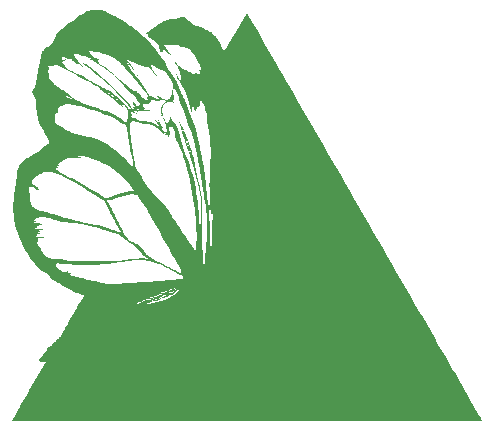
<source format=gbr>
%TF.GenerationSoftware,KiCad,Pcbnew,(6.0.1)*%
%TF.CreationDate,2022-06-27T23:46:06+01:00*%
%TF.ProjectId,Butterfly_Badge_Addon,42757474-6572-4666-9c79-5f4261646765,rev?*%
%TF.SameCoordinates,Original*%
%TF.FileFunction,Copper,L1,Top*%
%TF.FilePolarity,Positive*%
%FSLAX46Y46*%
G04 Gerber Fmt 4.6, Leading zero omitted, Abs format (unit mm)*
G04 Created by KiCad (PCBNEW (6.0.1)) date 2022-06-27 23:46:06*
%MOMM*%
%LPD*%
G01*
G04 APERTURE LIST*
G04 APERTURE END LIST*
%TO.C,G\u002A\u002A\u002A*%
G36*
X105424395Y-91605880D02*
G01*
X105413803Y-91616472D01*
X105403211Y-91605880D01*
X105413803Y-91595287D01*
X105424395Y-91605880D01*
G37*
G36*
X103300225Y-88171813D02*
G01*
X103293907Y-88181442D01*
X103272421Y-88182939D01*
X103249817Y-88177766D01*
X103259622Y-88170141D01*
X103292731Y-88167615D01*
X103300225Y-88171813D01*
G37*
G36*
X111970474Y-78450947D02*
G01*
X112012718Y-78461009D01*
X112044483Y-78473015D01*
X112036749Y-78477388D01*
X112023311Y-78477575D01*
X111971583Y-78472048D01*
X111917389Y-78461009D01*
X111877685Y-78449970D01*
X111877376Y-78445425D01*
X111906797Y-78444443D01*
X111970474Y-78450947D01*
G37*
G36*
X106744865Y-73983197D02*
G01*
X106847560Y-74023564D01*
X106977595Y-74091898D01*
X107074616Y-74149809D01*
X107179867Y-74216813D01*
X107276020Y-74282853D01*
X107369810Y-74353394D01*
X107467972Y-74433902D01*
X107577243Y-74529842D01*
X107704357Y-74646681D01*
X107813090Y-74749071D01*
X107926521Y-74854448D01*
X108061090Y-74976014D01*
X108204993Y-75103312D01*
X108346425Y-75225884D01*
X108456550Y-75319101D01*
X108809956Y-75621032D01*
X109128177Y-75907611D01*
X109410252Y-76177942D01*
X109655219Y-76431125D01*
X109697812Y-76477574D01*
X109803167Y-76592336D01*
X109918348Y-76715776D01*
X110032810Y-76836722D01*
X110136010Y-76944002D01*
X110188670Y-76997699D01*
X110278980Y-77091682D01*
X110369076Y-77190404D01*
X110449393Y-77283077D01*
X110510368Y-77358914D01*
X110517946Y-77369116D01*
X110624717Y-77516275D01*
X110706490Y-77631458D01*
X110764261Y-77716148D01*
X110799023Y-77771831D01*
X110811771Y-77799990D01*
X110809455Y-77804295D01*
X110790833Y-77789514D01*
X110746526Y-77747508D01*
X110680016Y-77681784D01*
X110594786Y-77595847D01*
X110494318Y-77493204D01*
X110382093Y-77377360D01*
X110284072Y-77275325D01*
X110137150Y-77121672D01*
X109974997Y-76951831D01*
X109806310Y-76774928D01*
X109639786Y-76600088D01*
X109484121Y-76436437D01*
X109348011Y-76293102D01*
X109332902Y-76277170D01*
X109158845Y-76095989D01*
X109002729Y-75939149D01*
X108855648Y-75798217D01*
X108708694Y-75664760D01*
X108552958Y-75530345D01*
X108476355Y-75466232D01*
X108357540Y-75367435D01*
X108213929Y-75247754D01*
X108053158Y-75113568D01*
X107882861Y-74971256D01*
X107710674Y-74827198D01*
X107544233Y-74687772D01*
X107459508Y-74616717D01*
X107317350Y-74498171D01*
X107180747Y-74385632D01*
X107054185Y-74282695D01*
X106942148Y-74192952D01*
X106849121Y-74119997D01*
X106779589Y-74067424D01*
X106739069Y-74039444D01*
X106678157Y-73999706D01*
X106655285Y-73976746D01*
X106667557Y-73969933D01*
X106744865Y-73983197D01*
G37*
G36*
X111437469Y-75228377D02*
G01*
X111460033Y-75248070D01*
X111461926Y-75252835D01*
X111451873Y-75261542D01*
X111430941Y-75242031D01*
X111428127Y-75237719D01*
X111425630Y-75223223D01*
X111437469Y-75228377D01*
G37*
G36*
X113527397Y-93640417D02*
G01*
X113363889Y-93742396D01*
X113252675Y-93806720D01*
X113131794Y-93868337D01*
X113013669Y-93921509D01*
X112910721Y-93960503D01*
X112860091Y-93975013D01*
X112807491Y-93972806D01*
X112740563Y-93941689D01*
X112713909Y-93924629D01*
X112653161Y-93888754D01*
X112600678Y-93866099D01*
X112580257Y-93862010D01*
X112553028Y-93853317D01*
X112552919Y-93840825D01*
X112581524Y-93825628D01*
X112628994Y-93819641D01*
X112712536Y-93806336D01*
X112815111Y-93765273D01*
X112940779Y-93694727D01*
X112976605Y-93672072D01*
X113103711Y-93590167D01*
X113527397Y-93640417D01*
G37*
G36*
X113474437Y-78513970D02*
G01*
X113463844Y-78524562D01*
X113453252Y-78513970D01*
X113463844Y-78503378D01*
X113474437Y-78513970D01*
G37*
G36*
X114318833Y-93028381D02*
G01*
X114383265Y-93049068D01*
X114441723Y-93076404D01*
X114481447Y-93103649D01*
X114491284Y-93119477D01*
X114473626Y-93160391D01*
X114426342Y-93212217D01*
X114357963Y-93267455D01*
X114277023Y-93318608D01*
X114246606Y-93334503D01*
X114181320Y-93364711D01*
X114123476Y-93385015D01*
X114060635Y-93397978D01*
X113980362Y-93406162D01*
X113870219Y-93412127D01*
X113869591Y-93412155D01*
X113748952Y-93415417D01*
X113665468Y-93413038D01*
X113621177Y-93405112D01*
X113614988Y-93400571D01*
X113627401Y-93383812D01*
X113675997Y-93358629D01*
X113755972Y-93327319D01*
X113799718Y-93312242D01*
X113960155Y-93251281D01*
X114088973Y-93186438D01*
X114182308Y-93119910D01*
X114227441Y-93069104D01*
X114262067Y-93031016D01*
X114303594Y-93025335D01*
X114318833Y-93028381D01*
G37*
G36*
X112363458Y-94056389D02*
G01*
X112464760Y-94067861D01*
X112525021Y-94087549D01*
X112544590Y-94115921D01*
X112523816Y-94153443D01*
X112463047Y-94200579D01*
X112370948Y-94253451D01*
X112216566Y-94334577D01*
X111812766Y-94343214D01*
X111667381Y-94345202D01*
X111546230Y-94344588D01*
X111454227Y-94341509D01*
X111396286Y-94336102D01*
X111378845Y-94331162D01*
X111369763Y-94315839D01*
X111394246Y-94301120D01*
X111442398Y-94287302D01*
X111500397Y-94268315D01*
X111583739Y-94235157D01*
X111680049Y-94192957D01*
X111753465Y-94158400D01*
X111970859Y-94052669D01*
X112220767Y-94052669D01*
X112363458Y-94056389D01*
G37*
G36*
X111871650Y-78259865D02*
G01*
X111955582Y-78268135D01*
X112029250Y-78277378D01*
X112076271Y-78285505D01*
X112105016Y-78294328D01*
X112100539Y-78301962D01*
X112058964Y-78311987D01*
X112044495Y-78314861D01*
X111966433Y-78325946D01*
X111882064Y-78331419D01*
X111803021Y-78331354D01*
X111740935Y-78325824D01*
X111707439Y-78314902D01*
X111705546Y-78312719D01*
X111698018Y-78280506D01*
X111725252Y-78261726D01*
X111789374Y-78255703D01*
X111871650Y-78259865D01*
G37*
G36*
X106478323Y-94140215D02*
G01*
X106563607Y-93990858D01*
X106633980Y-93867168D01*
X106638196Y-93859715D01*
X112295025Y-93859715D01*
X112315789Y-93871455D01*
X112372168Y-93880696D01*
X112451930Y-93887706D01*
X112574183Y-93905052D01*
X112666058Y-93936414D01*
X112723345Y-93979982D01*
X112739426Y-94011455D01*
X112753584Y-94041223D01*
X112783127Y-94047976D01*
X112821559Y-94041644D01*
X112879854Y-94025374D01*
X112957464Y-93998944D01*
X113016972Y-93976233D01*
X113073017Y-93951268D01*
X113152062Y-93912924D01*
X113246054Y-93865456D01*
X113346940Y-93813118D01*
X113446668Y-93760165D01*
X113537186Y-93710850D01*
X113610441Y-93669428D01*
X113658381Y-93640154D01*
X113671291Y-93630535D01*
X113657302Y-93622925D01*
X113610102Y-93611667D01*
X113538554Y-93598136D01*
X113451515Y-93583704D01*
X113357848Y-93569745D01*
X113266412Y-93557632D01*
X113186067Y-93548740D01*
X113125674Y-93544441D01*
X113114673Y-93544245D01*
X113064118Y-93556277D01*
X113011652Y-93583897D01*
X112878764Y-93661991D01*
X112724425Y-93727710D01*
X112592314Y-93766965D01*
X112458521Y-93799102D01*
X112365181Y-93824579D01*
X112311086Y-93844437D01*
X112295025Y-93859715D01*
X106638196Y-93859715D01*
X106687965Y-93771723D01*
X106724088Y-93707102D01*
X106740872Y-93675883D01*
X106741896Y-93673516D01*
X106725315Y-93654885D01*
X106671291Y-93626327D01*
X106583163Y-93589420D01*
X106494203Y-93556321D01*
X106186145Y-93443190D01*
X105914672Y-93336621D01*
X105674950Y-93234259D01*
X105462143Y-93133753D01*
X105271418Y-93032748D01*
X105097938Y-92928892D01*
X104936870Y-92819830D01*
X104852418Y-92757232D01*
X104781610Y-92707672D01*
X104682524Y-92644561D01*
X104564622Y-92573607D01*
X104437362Y-92500518D01*
X104322810Y-92437717D01*
X103952085Y-92239577D01*
X103864031Y-92071662D01*
X103800068Y-91960539D01*
X103738571Y-91881592D01*
X103670494Y-91826226D01*
X103586791Y-91785842D01*
X103549583Y-91772825D01*
X103386887Y-91701657D01*
X103212160Y-91590230D01*
X103025693Y-91438824D01*
X102827778Y-91247718D01*
X102728785Y-91138565D01*
X104351281Y-91138565D01*
X104354660Y-91166022D01*
X104366451Y-91183726D01*
X104397631Y-91214450D01*
X104454848Y-91264828D01*
X104530540Y-91328701D01*
X104617146Y-91399913D01*
X104707101Y-91472307D01*
X104792846Y-91539725D01*
X104866816Y-91596011D01*
X104917252Y-91632182D01*
X105013862Y-91697719D01*
X105160871Y-91667162D01*
X105240944Y-91650193D01*
X105309087Y-91635178D01*
X105350250Y-91625441D01*
X105378624Y-91620397D01*
X105369984Y-91633772D01*
X105360842Y-91641932D01*
X105324881Y-91684598D01*
X105325316Y-91711747D01*
X105357329Y-91717691D01*
X105409899Y-91699851D01*
X105423619Y-91697854D01*
X105406991Y-91718199D01*
X105382026Y-91740787D01*
X105307881Y-91804266D01*
X105455713Y-91763330D01*
X105530152Y-91743261D01*
X105588043Y-91728664D01*
X105617818Y-91722443D01*
X105618750Y-91722393D01*
X105621766Y-91740582D01*
X105613386Y-91787394D01*
X105601879Y-91830405D01*
X105585149Y-91891599D01*
X105576465Y-91933335D01*
X105576540Y-91944165D01*
X105597710Y-91949873D01*
X105656946Y-91964638D01*
X105751099Y-91987699D01*
X105877019Y-92018296D01*
X106031558Y-92055669D01*
X106211566Y-92099058D01*
X106413894Y-92147704D01*
X106635392Y-92200846D01*
X106872910Y-92257724D01*
X107123301Y-92317578D01*
X107182693Y-92331760D01*
X107486541Y-92403962D01*
X107766729Y-92469856D01*
X108021158Y-92528975D01*
X108247729Y-92580847D01*
X108444343Y-92625004D01*
X108608901Y-92660976D01*
X108739305Y-92688292D01*
X108833455Y-92706484D01*
X108889253Y-92715082D01*
X108898623Y-92715729D01*
X108949689Y-92714520D01*
X109036398Y-92710057D01*
X109152186Y-92702780D01*
X109290491Y-92693131D01*
X109444748Y-92681551D01*
X109608395Y-92668483D01*
X109640075Y-92665862D01*
X109829934Y-92650607D01*
X110049350Y-92633876D01*
X110285578Y-92616583D01*
X110525873Y-92599643D01*
X110757490Y-92583971D01*
X110967684Y-92570483D01*
X110974687Y-92570050D01*
X111389815Y-92544315D01*
X111765619Y-92520781D01*
X112105078Y-92499222D01*
X112411166Y-92479416D01*
X112686859Y-92461138D01*
X112935135Y-92444163D01*
X113158970Y-92428268D01*
X113361339Y-92413227D01*
X113545219Y-92398817D01*
X113713586Y-92384813D01*
X113869418Y-92370992D01*
X114015688Y-92357128D01*
X114155375Y-92342998D01*
X114291455Y-92328377D01*
X114426903Y-92313041D01*
X114501876Y-92304260D01*
X114681724Y-92283089D01*
X114824070Y-92266082D01*
X114933428Y-92251951D01*
X115014311Y-92239405D01*
X115071234Y-92227154D01*
X115108710Y-92213909D01*
X115131253Y-92198378D01*
X115143377Y-92179273D01*
X115143745Y-92177856D01*
X115232735Y-92177856D01*
X115243327Y-92188448D01*
X115253919Y-92177856D01*
X115243327Y-92167264D01*
X115232735Y-92177856D01*
X115143745Y-92177856D01*
X115149596Y-92155303D01*
X115153496Y-92130968D01*
X115447993Y-92130968D01*
X115453148Y-92142807D01*
X115474478Y-92165549D01*
X115486741Y-92160884D01*
X115486947Y-92157922D01*
X115471900Y-92140004D01*
X115462490Y-92133465D01*
X115447993Y-92130968D01*
X115153496Y-92130968D01*
X115154424Y-92125178D01*
X115155786Y-92117385D01*
X115163456Y-92052578D01*
X115160696Y-92008447D01*
X115155886Y-91998894D01*
X115127849Y-91985217D01*
X115070371Y-91964224D01*
X114994817Y-91940001D01*
X114978523Y-91935124D01*
X114864159Y-91897367D01*
X114743722Y-91849167D01*
X114611216Y-91787611D01*
X114460649Y-91709782D01*
X114286025Y-91612767D01*
X114131151Y-91523008D01*
X113848789Y-91361519D01*
X113590827Y-91223032D01*
X113359042Y-91108396D01*
X113155208Y-91018461D01*
X112981101Y-90954075D01*
X112882760Y-90925848D01*
X112775040Y-90896348D01*
X112667822Y-90861678D01*
X112577158Y-90827249D01*
X112540017Y-90810302D01*
X112431741Y-90768086D01*
X112288745Y-90731478D01*
X112118442Y-90701593D01*
X111928243Y-90679547D01*
X111725558Y-90666455D01*
X111562640Y-90663177D01*
X111411864Y-90664926D01*
X111257076Y-90670482D01*
X111094078Y-90680314D01*
X110918673Y-90694890D01*
X110726665Y-90714678D01*
X110513857Y-90740144D01*
X110276051Y-90771757D01*
X110009050Y-90809984D01*
X109708659Y-90855294D01*
X109385863Y-90905747D01*
X109151276Y-90938660D01*
X108883524Y-90968899D01*
X108590359Y-90996071D01*
X108279528Y-91019785D01*
X107958783Y-91039650D01*
X107635873Y-91055273D01*
X107318548Y-91066265D01*
X107014557Y-91072232D01*
X106731650Y-91072783D01*
X106477578Y-91067527D01*
X106324728Y-91060406D01*
X106184499Y-91053203D01*
X106016536Y-91046478D01*
X105835477Y-91040704D01*
X105655956Y-91036355D01*
X105509132Y-91034062D01*
X105318473Y-91030651D01*
X105157486Y-91023881D01*
X105013524Y-91012385D01*
X104873937Y-90994798D01*
X104726077Y-90969754D01*
X104557294Y-90935888D01*
X104513469Y-90926553D01*
X104481696Y-90924637D01*
X104455578Y-90940114D01*
X104426637Y-90980711D01*
X104398471Y-91031370D01*
X104365094Y-91097444D01*
X104351281Y-91138565D01*
X102728785Y-91138565D01*
X102618707Y-91017189D01*
X102398770Y-90747516D01*
X102200146Y-90483111D01*
X101994259Y-90176143D01*
X101792143Y-89827566D01*
X101594126Y-89438002D01*
X101400538Y-89008069D01*
X101336539Y-88854646D01*
X101236554Y-88603968D01*
X101152250Y-88377002D01*
X101079115Y-88160208D01*
X101012640Y-87940052D01*
X100948312Y-87702994D01*
X100933284Y-87644412D01*
X100891834Y-87479457D01*
X100891050Y-87476176D01*
X102485585Y-87476176D01*
X102505198Y-87486385D01*
X102558489Y-87500157D01*
X102643411Y-87516736D01*
X102757920Y-87535369D01*
X102850500Y-87548671D01*
X102969609Y-87565633D01*
X103077310Y-87582140D01*
X103165066Y-87596795D01*
X103224341Y-87608200D01*
X103242410Y-87612811D01*
X103272431Y-87624298D01*
X103267672Y-87629771D01*
X103224541Y-87631982D01*
X103217180Y-87632147D01*
X103162817Y-87638133D01*
X103129331Y-87650732D01*
X103126777Y-87653579D01*
X103100877Y-87668445D01*
X103046470Y-87686509D01*
X102993125Y-87699800D01*
X102928009Y-87714773D01*
X102900145Y-87724555D01*
X102905210Y-87732125D01*
X102935237Y-87739698D01*
X102967496Y-87747937D01*
X102968508Y-87754649D01*
X102934269Y-87762347D01*
X102887553Y-87769613D01*
X102826603Y-87782406D01*
X102792423Y-87797349D01*
X102789048Y-87806694D01*
X102784440Y-87833614D01*
X102762588Y-87856991D01*
X102741372Y-87879827D01*
X102749874Y-87887358D01*
X102777009Y-87895164D01*
X102771173Y-87911569D01*
X102738780Y-87929547D01*
X102702210Y-87939595D01*
X102648373Y-87953481D01*
X102630855Y-87973018D01*
X102643698Y-88006654D01*
X102648952Y-88015137D01*
X102662919Y-88027040D01*
X102691167Y-88035416D01*
X102739611Y-88040700D01*
X102814160Y-88043330D01*
X102920729Y-88043741D01*
X103024649Y-88042863D01*
X103157229Y-88042575D01*
X103248254Y-88044994D01*
X103297594Y-88049804D01*
X103305119Y-88056689D01*
X103270699Y-88065332D01*
X103194205Y-88075416D01*
X103075507Y-88086625D01*
X103043643Y-88089216D01*
X102855468Y-88104147D01*
X102945331Y-88144379D01*
X103026741Y-88170957D01*
X103115149Y-88186094D01*
X103133506Y-88187137D01*
X103180049Y-88188891D01*
X103196266Y-88192195D01*
X103179024Y-88198787D01*
X103125189Y-88210403D01*
X103072935Y-88220719D01*
X102963980Y-88245684D01*
X102896613Y-88269805D01*
X102871093Y-88292951D01*
X102885208Y-88313529D01*
X102900244Y-88333924D01*
X102883616Y-88363064D01*
X102872245Y-88382312D01*
X102884069Y-88392606D01*
X102926452Y-88396925D01*
X102969716Y-88397889D01*
X103030050Y-88401193D01*
X103050186Y-88409282D01*
X103029680Y-88422453D01*
X102968089Y-88441005D01*
X102871684Y-88463759D01*
X102801871Y-88480497D01*
X102764502Y-88495761D01*
X102750412Y-88516054D01*
X102750433Y-88547878D01*
X102750616Y-88549655D01*
X102743437Y-88611413D01*
X102722956Y-88658955D01*
X102689258Y-88710384D01*
X102853469Y-88725772D01*
X102956494Y-88731704D01*
X103077846Y-88733245D01*
X103193689Y-88730159D01*
X103209486Y-88729260D01*
X103401292Y-88717360D01*
X103295371Y-88756517D01*
X103176768Y-88785369D01*
X103026156Y-88797151D01*
X103013933Y-88797315D01*
X102928500Y-88798716D01*
X102878109Y-88802303D01*
X102855432Y-88810108D01*
X102853144Y-88824165D01*
X102860347Y-88839933D01*
X102880992Y-88921302D01*
X102859999Y-89010404D01*
X102839829Y-89048385D01*
X102811600Y-89106810D01*
X102797810Y-89159154D01*
X102797539Y-89164932D01*
X102807954Y-89197784D01*
X102836874Y-89260081D01*
X102880812Y-89345054D01*
X102936279Y-89445934D01*
X102993494Y-89545272D01*
X103065850Y-89668496D01*
X103139683Y-89794598D01*
X103208692Y-89912792D01*
X103266578Y-90012296D01*
X103295291Y-90061904D01*
X103345754Y-90144352D01*
X103394501Y-90215338D01*
X103434368Y-90264809D01*
X103450346Y-90279509D01*
X103494020Y-90312126D01*
X103554102Y-90359789D01*
X103596798Y-90394886D01*
X103658010Y-90442455D01*
X103713588Y-90479669D01*
X103741623Y-90494228D01*
X103803192Y-90510178D01*
X103903353Y-90526547D01*
X104038339Y-90542895D01*
X104204381Y-90558783D01*
X104397713Y-90573771D01*
X104460508Y-90578029D01*
X104675086Y-90593365D01*
X104856480Y-90609370D01*
X105013871Y-90627223D01*
X105156440Y-90648097D01*
X105293369Y-90673168D01*
X105424395Y-90701441D01*
X105668015Y-90757246D01*
X107172101Y-90768468D01*
X107495265Y-90770818D01*
X107779614Y-90772715D01*
X108028698Y-90774128D01*
X108246068Y-90775024D01*
X108435276Y-90775370D01*
X108599871Y-90775134D01*
X108743406Y-90774285D01*
X108869431Y-90772788D01*
X108981498Y-90770613D01*
X109083156Y-90767726D01*
X109177957Y-90764095D01*
X109269452Y-90759689D01*
X109361192Y-90754473D01*
X109456728Y-90748417D01*
X109470600Y-90747501D01*
X109583713Y-90738266D01*
X109727630Y-90723871D01*
X109891276Y-90705577D01*
X110063577Y-90684642D01*
X110233458Y-90662328D01*
X110296789Y-90653505D01*
X110600264Y-90611692D01*
X110866564Y-90577840D01*
X111100069Y-90551644D01*
X111305158Y-90532803D01*
X111486211Y-90521013D01*
X111647609Y-90515973D01*
X111793730Y-90517378D01*
X111928955Y-90524927D01*
X112023311Y-90534143D01*
X112097095Y-90542054D01*
X112151835Y-90546814D01*
X112176431Y-90547468D01*
X112176747Y-90547328D01*
X112163813Y-90533363D01*
X112124867Y-90499390D01*
X112067161Y-90451646D01*
X112039683Y-90429474D01*
X111868809Y-90286412D01*
X111697777Y-90131968D01*
X111535965Y-89975166D01*
X111392748Y-89825032D01*
X111296727Y-89714402D01*
X111198233Y-89600282D01*
X111110690Y-89513392D01*
X111023997Y-89444194D01*
X110977898Y-89413303D01*
X110813489Y-89306332D01*
X110641168Y-89189646D01*
X110469036Y-89069057D01*
X110305194Y-88950378D01*
X110157740Y-88839422D01*
X110034776Y-88742000D01*
X109989616Y-88704147D01*
X109868243Y-88603689D01*
X109764154Y-88528176D01*
X109665683Y-88471622D01*
X109561160Y-88428037D01*
X109438919Y-88391435D01*
X109328741Y-88364998D01*
X109215083Y-88337566D01*
X109099357Y-88306496D01*
X108997993Y-88276341D01*
X108947423Y-88259327D01*
X108852372Y-88226768D01*
X108722537Y-88185170D01*
X108564100Y-88136300D01*
X108383246Y-88081924D01*
X108186158Y-88023810D01*
X107979018Y-87963726D01*
X107768009Y-87903437D01*
X107559316Y-87844711D01*
X107359121Y-87789315D01*
X107173607Y-87739016D01*
X107008958Y-87695581D01*
X106871357Y-87660777D01*
X106769599Y-87636941D01*
X106653837Y-87615309D01*
X106521252Y-87596028D01*
X106397375Y-87582727D01*
X106377689Y-87581228D01*
X106284118Y-87573571D01*
X106159824Y-87561733D01*
X106011560Y-87546502D01*
X105846081Y-87528663D01*
X105670142Y-87509005D01*
X105490499Y-87488313D01*
X105313905Y-87467376D01*
X105147115Y-87446979D01*
X104996884Y-87427910D01*
X104869966Y-87410955D01*
X104773117Y-87396903D01*
X104722380Y-87388384D01*
X104643035Y-87369723D01*
X104535967Y-87339482D01*
X104413012Y-87301255D01*
X104286005Y-87258633D01*
X104233501Y-87239996D01*
X104071020Y-87182256D01*
X103938235Y-87138181D01*
X103825518Y-87105658D01*
X103723245Y-87082572D01*
X103621788Y-87066812D01*
X103511522Y-87056264D01*
X103382820Y-87048815D01*
X103357288Y-87047655D01*
X103155791Y-87043884D01*
X102989587Y-87052509D01*
X102853269Y-87074155D01*
X102741429Y-87109445D01*
X102713684Y-87121895D01*
X102670030Y-87151768D01*
X102621132Y-87197965D01*
X102575072Y-87250734D01*
X102539930Y-87300321D01*
X102523788Y-87336975D01*
X102526106Y-87348264D01*
X102550194Y-87355744D01*
X102608113Y-87368150D01*
X102691826Y-87383909D01*
X102793299Y-87401445D01*
X102821205Y-87406038D01*
X103104712Y-87452220D01*
X102967014Y-87469769D01*
X102876322Y-87476705D01*
X102766014Y-87478589D01*
X102658577Y-87475087D01*
X102649249Y-87474456D01*
X102555565Y-87469457D01*
X102501692Y-87470281D01*
X102485585Y-87476176D01*
X100891050Y-87476176D01*
X100858287Y-87339052D01*
X100831817Y-87215719D01*
X100811598Y-87101978D01*
X100796801Y-86990350D01*
X100786601Y-86873355D01*
X100780171Y-86743514D01*
X100776683Y-86593347D01*
X100775312Y-86415376D01*
X100775216Y-86214470D01*
X100775346Y-86172102D01*
X102119641Y-86172102D01*
X102127392Y-86189539D01*
X102133764Y-86186224D01*
X102136299Y-86161084D01*
X102133764Y-86157979D01*
X102121170Y-86160887D01*
X102119641Y-86172102D01*
X100775346Y-86172102D01*
X100775875Y-85998951D01*
X100777784Y-85817597D01*
X100781635Y-85662210D01*
X100788121Y-85524592D01*
X100797937Y-85396542D01*
X100811775Y-85269862D01*
X100830329Y-85136354D01*
X100854291Y-84987817D01*
X100884357Y-84816053D01*
X100901518Y-84720976D01*
X100903251Y-84711101D01*
X102124196Y-84711101D01*
X102124933Y-84825017D01*
X102129666Y-84936688D01*
X102138642Y-85037209D01*
X102138829Y-85038740D01*
X102149707Y-85135319D01*
X102162159Y-85258524D01*
X102174671Y-85392725D01*
X102185728Y-85522293D01*
X102186024Y-85525980D01*
X102202553Y-85697184D01*
X102224722Y-85833782D01*
X102257368Y-85943529D01*
X102305331Y-86034180D01*
X102373446Y-86113489D01*
X102466552Y-86189212D01*
X102589488Y-86269103D01*
X102684570Y-86325146D01*
X102768754Y-86372138D01*
X102844706Y-86409915D01*
X102922332Y-86442206D01*
X103011535Y-86472741D01*
X103122217Y-86505247D01*
X103264284Y-86543455D01*
X103264551Y-86543525D01*
X103407392Y-86581053D01*
X103576565Y-86625522D01*
X103757430Y-86673082D01*
X103935346Y-86719884D01*
X104079191Y-86757738D01*
X104242557Y-86801819D01*
X104422009Y-86852049D01*
X104602808Y-86904185D01*
X104770220Y-86953986D01*
X104894787Y-86992517D01*
X105121883Y-87064119D01*
X105317194Y-87124351D01*
X105489078Y-87175401D01*
X105645893Y-87219453D01*
X105795994Y-87258693D01*
X105947741Y-87295307D01*
X106109490Y-87331481D01*
X106289598Y-87369400D01*
X106494203Y-87410806D01*
X106928151Y-87498821D01*
X107320636Y-87581175D01*
X107672168Y-87657995D01*
X107983255Y-87729406D01*
X108254406Y-87795534D01*
X108486130Y-87856505D01*
X108678936Y-87912445D01*
X108833334Y-87963479D01*
X108949832Y-88009733D01*
X108983361Y-88025624D01*
X109037945Y-88049332D01*
X109122879Y-88081779D01*
X109228007Y-88119274D01*
X109343175Y-88158124D01*
X109385863Y-88171964D01*
X109502212Y-88210639D01*
X109612232Y-88249726D01*
X109705755Y-88285438D01*
X109772615Y-88313987D01*
X109788365Y-88321871D01*
X109846098Y-88351547D01*
X109888526Y-88370618D01*
X109900801Y-88374314D01*
X109896924Y-88356857D01*
X109875941Y-88307688D01*
X109840559Y-88232545D01*
X109793484Y-88137166D01*
X109737423Y-88027291D01*
X109733870Y-88020433D01*
X109613379Y-87789747D01*
X109499806Y-87575509D01*
X109394881Y-87380833D01*
X109300331Y-87208831D01*
X109217887Y-87062614D01*
X109149276Y-86945294D01*
X109096227Y-86859983D01*
X109063049Y-86812933D01*
X109048900Y-86787443D01*
X109019532Y-86728613D01*
X108977418Y-86641602D01*
X108925029Y-86531571D01*
X108864836Y-86403677D01*
X108799312Y-86263082D01*
X108789056Y-86240957D01*
X108696816Y-86044755D01*
X108620003Y-85887738D01*
X108558496Y-85769677D01*
X108512175Y-85690342D01*
X108480922Y-85649504D01*
X108479176Y-85647982D01*
X108414321Y-85597969D01*
X108403241Y-85590097D01*
X108697983Y-85590097D01*
X108703397Y-85630706D01*
X108732052Y-85693508D01*
X108783527Y-85782823D01*
X108857403Y-85902971D01*
X108880475Y-85940193D01*
X108985030Y-86117054D01*
X109100569Y-86327221D01*
X109223630Y-86564172D01*
X109350754Y-86821382D01*
X109378664Y-86879496D01*
X109475675Y-87081861D01*
X109557453Y-87250649D01*
X109626577Y-87390726D01*
X109685622Y-87506958D01*
X109737167Y-87604213D01*
X109783788Y-87687356D01*
X109828064Y-87761254D01*
X109872571Y-87830774D01*
X109918399Y-87898624D01*
X109998366Y-88034263D01*
X110063022Y-88181245D01*
X110075112Y-88216388D01*
X110171512Y-88448096D01*
X110304705Y-88659489D01*
X110473878Y-88849774D01*
X110678222Y-89018158D01*
X110916925Y-89163846D01*
X111154890Y-89272699D01*
X111305306Y-89336824D01*
X111421891Y-89397849D01*
X111512336Y-89461106D01*
X111584331Y-89531928D01*
X111642476Y-89610817D01*
X111720958Y-89724849D01*
X111817018Y-89852417D01*
X111922012Y-89982990D01*
X112027297Y-90106035D01*
X112124226Y-90211021D01*
X112180519Y-90266318D01*
X112368532Y-90420540D01*
X112596279Y-90572403D01*
X112861132Y-90720286D01*
X113114303Y-90842023D01*
X113431953Y-90987882D01*
X113714821Y-91123988D01*
X113968588Y-91253158D01*
X114198934Y-91378210D01*
X114226480Y-91393759D01*
X114419991Y-91501629D01*
X114580663Y-91586916D01*
X114710897Y-91650563D01*
X114813093Y-91693509D01*
X114889651Y-91716695D01*
X114942971Y-91721061D01*
X114975454Y-91707550D01*
X114985890Y-91691384D01*
X114989829Y-91635090D01*
X114977768Y-91574103D01*
X115953002Y-91574103D01*
X115960753Y-91591540D01*
X115967125Y-91588226D01*
X115969660Y-91563085D01*
X115967125Y-91559980D01*
X115954531Y-91562888D01*
X115953002Y-91574103D01*
X114977768Y-91574103D01*
X114972882Y-91549398D01*
X114937497Y-91440275D01*
X114886123Y-91313688D01*
X114874101Y-91288115D01*
X115741159Y-91288115D01*
X115751751Y-91298707D01*
X115762343Y-91288115D01*
X115751751Y-91277523D01*
X115741159Y-91288115D01*
X114874101Y-91288115D01*
X114821207Y-91175604D01*
X114745199Y-91031989D01*
X114660546Y-90888809D01*
X114649082Y-90870614D01*
X114543441Y-90703039D01*
X114441226Y-90538260D01*
X114340185Y-90372358D01*
X114238065Y-90201415D01*
X114132617Y-90021512D01*
X114021587Y-89828731D01*
X113902725Y-89619153D01*
X113773779Y-89388861D01*
X113632497Y-89133934D01*
X113591427Y-89059241D01*
X115320887Y-89059241D01*
X115326042Y-89071080D01*
X115347372Y-89093823D01*
X115359635Y-89089157D01*
X115359841Y-89086196D01*
X115344794Y-89068278D01*
X115335384Y-89061738D01*
X115320887Y-89059241D01*
X113591427Y-89059241D01*
X113476627Y-88850455D01*
X113303919Y-88534506D01*
X113251766Y-88438824D01*
X113079755Y-88123752D01*
X112925243Y-87842302D01*
X112786004Y-87590597D01*
X112659809Y-87364764D01*
X112544431Y-87160927D01*
X112437643Y-86975211D01*
X112337218Y-86803741D01*
X112240928Y-86642642D01*
X112199392Y-86574604D01*
X113140402Y-86574604D01*
X113142611Y-86613145D01*
X113148110Y-86617687D01*
X113150090Y-86611676D01*
X113153385Y-86557948D01*
X113150090Y-86537531D01*
X113143950Y-86530938D01*
X113140607Y-86560230D01*
X113140402Y-86574604D01*
X112199392Y-86574604D01*
X112146546Y-86488040D01*
X112051845Y-86336058D01*
X111958708Y-86189251D01*
X111818177Y-85969741D01*
X111698440Y-85783441D01*
X111597701Y-85627718D01*
X111514161Y-85499938D01*
X111446022Y-85397469D01*
X111391487Y-85317678D01*
X111348759Y-85257932D01*
X111316039Y-85215597D01*
X111291530Y-85188042D01*
X111273435Y-85172633D01*
X111260675Y-85166871D01*
X111221481Y-85158198D01*
X111153338Y-85142498D01*
X111068501Y-85122607D01*
X111033710Y-85114367D01*
X110943834Y-85094443D01*
X110863873Y-85079251D01*
X110806984Y-85071202D01*
X110794485Y-85070517D01*
X110753928Y-85076918D01*
X110683000Y-85094381D01*
X110591433Y-85120296D01*
X110488956Y-85152052D01*
X110481249Y-85154548D01*
X110366706Y-85188986D01*
X110225399Y-85227247D01*
X110072238Y-85265522D01*
X109922135Y-85300003D01*
X109861437Y-85312880D01*
X109700016Y-85346846D01*
X109572748Y-85375817D01*
X109472053Y-85402112D01*
X109390351Y-85428052D01*
X109320063Y-85455956D01*
X109253610Y-85488145D01*
X109208288Y-85512797D01*
X109152218Y-85542441D01*
X109105291Y-85559669D01*
X109053556Y-85566898D01*
X108983060Y-85566541D01*
X108917132Y-85563189D01*
X108825384Y-85558227D01*
X108758556Y-85558177D01*
X108716229Y-85567360D01*
X108697983Y-85590097D01*
X108403241Y-85590097D01*
X108324634Y-85534249D01*
X108215249Y-85460005D01*
X108091299Y-85378417D01*
X107957920Y-85292667D01*
X107820245Y-85205935D01*
X107683409Y-85121403D01*
X107552545Y-85042252D01*
X107432789Y-84971664D01*
X107329275Y-84912819D01*
X107247136Y-84868898D01*
X107191508Y-84843083D01*
X107171075Y-84837489D01*
X107130743Y-84824339D01*
X107065317Y-84787949D01*
X106981649Y-84732911D01*
X106886593Y-84663817D01*
X106787000Y-84585257D01*
X106755341Y-84558912D01*
X106704289Y-84521340D01*
X106624986Y-84469572D01*
X106526594Y-84409304D01*
X106418272Y-84346230D01*
X106367097Y-84317546D01*
X106239627Y-84246820D01*
X106090862Y-84163927D01*
X105936379Y-84077566D01*
X105791756Y-83996439D01*
X105742160Y-83968530D01*
X105399367Y-83781506D01*
X105083990Y-83622519D01*
X104792780Y-83490369D01*
X104522488Y-83383855D01*
X104269866Y-83301777D01*
X104031664Y-83242935D01*
X103804634Y-83206129D01*
X103640946Y-83192324D01*
X103495031Y-83187919D01*
X103384245Y-83192706D01*
X103301991Y-83208535D01*
X103241673Y-83237255D01*
X103196693Y-83280716D01*
X103168733Y-83324692D01*
X103117658Y-83388893D01*
X103054478Y-83412730D01*
X102988157Y-83401086D01*
X102967889Y-83396700D01*
X102944902Y-83401022D01*
X102914553Y-83417572D01*
X102872200Y-83449868D01*
X102813199Y-83501430D01*
X102732907Y-83575776D01*
X102633818Y-83669630D01*
X102331484Y-83957412D01*
X102331484Y-84222671D01*
X102506255Y-84310419D01*
X102643696Y-84382621D01*
X102746816Y-84444939D01*
X102821231Y-84501624D01*
X102872561Y-84556927D01*
X102905151Y-84612258D01*
X102936432Y-84689782D01*
X102946166Y-84735405D01*
X102934815Y-84747558D01*
X102902842Y-84724672D01*
X102879371Y-84699719D01*
X102788263Y-84617093D01*
X102672760Y-84543271D01*
X102575104Y-84498602D01*
X102544803Y-84488769D01*
X102536558Y-84492741D01*
X102552760Y-84515315D01*
X102595797Y-84561286D01*
X102617472Y-84583616D01*
X102723394Y-84692363D01*
X102559170Y-84595786D01*
X102422715Y-84517065D01*
X102318092Y-84460409D01*
X102241946Y-84424279D01*
X102190923Y-84407138D01*
X102161670Y-84407447D01*
X102156262Y-84411077D01*
X102143488Y-84444927D01*
X102133721Y-84512150D01*
X102127208Y-84603843D01*
X102124196Y-84711101D01*
X100903251Y-84711101D01*
X100940150Y-84500832D01*
X100972677Y-84297449D01*
X101000676Y-84098863D01*
X101025722Y-83893113D01*
X101043385Y-83725313D01*
X102056088Y-83725313D01*
X102066680Y-83735905D01*
X102077272Y-83725313D01*
X102066680Y-83714720D01*
X102056088Y-83725313D01*
X101043385Y-83725313D01*
X101049393Y-83668235D01*
X101071796Y-83428732D01*
X101081603Y-83322810D01*
X102522143Y-83322810D01*
X102532735Y-83333403D01*
X102543327Y-83322810D01*
X102532735Y-83312218D01*
X102522143Y-83322810D01*
X101081603Y-83322810D01*
X101086427Y-83270707D01*
X101099774Y-83146670D01*
X101113684Y-83048359D01*
X101130002Y-82967509D01*
X101150574Y-82895857D01*
X101169035Y-82846909D01*
X104365179Y-82846909D01*
X104369581Y-82888884D01*
X104384518Y-82930707D01*
X104412588Y-82974154D01*
X104456385Y-83021001D01*
X104518508Y-83073024D01*
X104601553Y-83131998D01*
X104708116Y-83199701D01*
X104840794Y-83277906D01*
X105002184Y-83368392D01*
X105194882Y-83472932D01*
X105421485Y-83593304D01*
X105572685Y-83672756D01*
X105725496Y-83753144D01*
X105883776Y-83836991D01*
X106038145Y-83919286D01*
X106179218Y-83995018D01*
X106297615Y-84059175D01*
X106353022Y-84089562D01*
X106464464Y-84150420D01*
X106574908Y-84209548D01*
X106673470Y-84261196D01*
X106749266Y-84299615D01*
X106766116Y-84307786D01*
X106810835Y-84331891D01*
X106887010Y-84376190D01*
X106990384Y-84438080D01*
X107116699Y-84514957D01*
X107261701Y-84604216D01*
X107421132Y-84703255D01*
X107590735Y-84809469D01*
X107733486Y-84899506D01*
X107903185Y-85006742D01*
X108061867Y-85106736D01*
X108205959Y-85197261D01*
X108331894Y-85276085D01*
X108436100Y-85340979D01*
X108515008Y-85389713D01*
X108565048Y-85420057D01*
X108582558Y-85429821D01*
X108604678Y-85423598D01*
X108662776Y-85405479D01*
X108752591Y-85376839D01*
X108869866Y-85339054D01*
X109010340Y-85293497D01*
X109169755Y-85241544D01*
X109343851Y-85184568D01*
X109431374Y-85155843D01*
X109661479Y-85080427D01*
X109855835Y-85017285D01*
X110018865Y-84965232D01*
X110154992Y-84923081D01*
X110268641Y-84889645D01*
X110364236Y-84863740D01*
X110446200Y-84844178D01*
X110518956Y-84829773D01*
X110586930Y-84819339D01*
X110654544Y-84811690D01*
X110726222Y-84805640D01*
X110741659Y-84804502D01*
X110832103Y-84796649D01*
X110907932Y-84787686D01*
X110958199Y-84779020D01*
X110970717Y-84775037D01*
X110970958Y-84757938D01*
X110949644Y-84716754D01*
X110905529Y-84649652D01*
X110837370Y-84554801D01*
X110743920Y-84430369D01*
X110679301Y-84346074D01*
X110458839Y-84068377D01*
X110251564Y-83825155D01*
X110053337Y-83612220D01*
X109860020Y-83425382D01*
X109667474Y-83260453D01*
X109665882Y-83259257D01*
X111165346Y-83259257D01*
X111175938Y-83269850D01*
X111186530Y-83259257D01*
X111175938Y-83248665D01*
X111165346Y-83259257D01*
X109665882Y-83259257D01*
X109471561Y-83113243D01*
X109438824Y-83090503D01*
X109359483Y-83033495D01*
X109284724Y-82975521D01*
X109228710Y-82927643D01*
X109221662Y-82920903D01*
X109138498Y-82852782D01*
X109019102Y-82774738D01*
X108867913Y-82688724D01*
X108689371Y-82596693D01*
X108487914Y-82500598D01*
X108267981Y-82402392D01*
X108034012Y-82304026D01*
X107790444Y-82207455D01*
X107541717Y-82114631D01*
X107292269Y-82027506D01*
X107046540Y-81948034D01*
X106930580Y-81912992D01*
X106808724Y-81878096D01*
X106714245Y-81854431D01*
X106634302Y-81839892D01*
X106556058Y-81832374D01*
X106466673Y-81829772D01*
X106422157Y-81829640D01*
X106311771Y-81832067D01*
X106227389Y-81838443D01*
X106172492Y-81847941D01*
X106150564Y-81859734D01*
X106165088Y-81872996D01*
X106198727Y-81882691D01*
X106254410Y-81896958D01*
X106324554Y-81917414D01*
X106397966Y-81940439D01*
X106463454Y-81962417D01*
X106509824Y-81979729D01*
X106525980Y-81988476D01*
X106505983Y-81990269D01*
X106450678Y-81990489D01*
X106367092Y-81989225D01*
X106262253Y-81986571D01*
X106181734Y-81983995D01*
X105956687Y-81981225D01*
X105740917Y-81988161D01*
X105543303Y-82004163D01*
X105372725Y-82028594D01*
X105280060Y-82048820D01*
X105209395Y-82073460D01*
X105126516Y-82111774D01*
X105040915Y-82158126D01*
X104962088Y-82206880D01*
X104899530Y-82252401D01*
X104862734Y-82289053D01*
X104857429Y-82299681D01*
X104829397Y-82330817D01*
X104786395Y-82337740D01*
X104738012Y-82345420D01*
X104729187Y-82367468D01*
X104760189Y-82402395D01*
X104772977Y-82412090D01*
X104798244Y-82431859D01*
X104797471Y-82439956D01*
X104764934Y-82438295D01*
X104714720Y-82431584D01*
X104608799Y-82416693D01*
X104651167Y-82464769D01*
X104693536Y-82512845D01*
X104644342Y-82497525D01*
X104592179Y-82490673D01*
X104539121Y-82496865D01*
X104501217Y-82512904D01*
X104492285Y-82527832D01*
X104507881Y-82550411D01*
X104548251Y-82588428D01*
X104590661Y-82622757D01*
X104648728Y-82668020D01*
X104671942Y-82690606D01*
X104659507Y-82693038D01*
X104610631Y-82677842D01*
X104577022Y-82666097D01*
X104493288Y-82641659D01*
X104435428Y-82635561D01*
X104408732Y-82648171D01*
X104407548Y-82654340D01*
X104422873Y-82676643D01*
X104463238Y-82716664D01*
X104520227Y-82766125D01*
X104526003Y-82770854D01*
X104582505Y-82817623D01*
X104622182Y-82851903D01*
X104637439Y-82867105D01*
X104637221Y-82867337D01*
X104615117Y-82860430D01*
X104565611Y-82842609D01*
X104518538Y-82824968D01*
X104441697Y-82797069D01*
X104395997Y-82786427D01*
X104373393Y-82794192D01*
X104365837Y-82821515D01*
X104365179Y-82846909D01*
X101169035Y-82846909D01*
X101177246Y-82825138D01*
X101211863Y-82747088D01*
X101235038Y-82697873D01*
X101344900Y-82513423D01*
X101492738Y-82342626D01*
X101661319Y-82200041D01*
X104343995Y-82200041D01*
X104354587Y-82210634D01*
X104365179Y-82200041D01*
X104354587Y-82189449D01*
X104343995Y-82200041D01*
X101661319Y-82200041D01*
X101679318Y-82184818D01*
X101905404Y-82039334D01*
X102004800Y-81988198D01*
X105000708Y-81988198D01*
X105011301Y-81998790D01*
X105021893Y-81988198D01*
X105011301Y-81977606D01*
X105000708Y-81988198D01*
X102004800Y-81988198D01*
X102115506Y-81931243D01*
X102293040Y-81838566D01*
X102492652Y-81717179D01*
X102709035Y-81570701D01*
X102837180Y-81476244D01*
X104372240Y-81476244D01*
X104375148Y-81488838D01*
X104386363Y-81490367D01*
X104403800Y-81482616D01*
X104400486Y-81476244D01*
X104375345Y-81473709D01*
X104372240Y-81476244D01*
X102837180Y-81476244D01*
X102936882Y-81402753D01*
X103170888Y-81216955D01*
X103210633Y-81184077D01*
X103318394Y-81096103D01*
X103424208Y-81012765D01*
X103520398Y-80939885D01*
X103599291Y-80883286D01*
X103650743Y-80850176D01*
X103734636Y-80802885D01*
X103787653Y-80768870D01*
X103814313Y-80738113D01*
X103819130Y-80700596D01*
X103806621Y-80646301D01*
X103781302Y-80565210D01*
X103780451Y-80562452D01*
X103714783Y-80395289D01*
X103633187Y-80255279D01*
X103483675Y-80028810D01*
X103334745Y-79773571D01*
X103193911Y-79502591D01*
X103168313Y-79449612D01*
X103048132Y-79188327D01*
X102950290Y-78951946D01*
X102872421Y-78730954D01*
X102834186Y-78594463D01*
X104281458Y-78594463D01*
X104282524Y-78730043D01*
X104287122Y-78829096D01*
X104295729Y-78897352D01*
X104308824Y-78940542D01*
X104310556Y-78944004D01*
X104367522Y-79022130D01*
X104460653Y-79111440D01*
X104586223Y-79208846D01*
X104740507Y-79311256D01*
X104788865Y-79340719D01*
X104903049Y-79410504D01*
X105026119Y-79488114D01*
X105142094Y-79563352D01*
X105223144Y-79617814D01*
X105474116Y-79774853D01*
X105713374Y-79892239D01*
X105848081Y-79942519D01*
X105979469Y-79982010D01*
X106140699Y-80025030D01*
X106319724Y-80068762D01*
X106504497Y-80110388D01*
X106682969Y-80147090D01*
X106843094Y-80176050D01*
X106854336Y-80177881D01*
X107063597Y-80213108D01*
X107239527Y-80246383D01*
X107390958Y-80279895D01*
X107526726Y-80315830D01*
X107655664Y-80356379D01*
X107786607Y-80403729D01*
X107823344Y-80417921D01*
X107915715Y-80451882D01*
X108014004Y-80484783D01*
X108073137Y-80502658D01*
X108206460Y-80551654D01*
X108364596Y-80629903D01*
X108543981Y-80735194D01*
X108741051Y-80865319D01*
X108952245Y-81018066D01*
X109142474Y-81165857D01*
X109253103Y-81253423D01*
X109381859Y-81353724D01*
X109512749Y-81454381D01*
X109629713Y-81542966D01*
X109756207Y-81643851D01*
X109908783Y-81776524D01*
X110087709Y-81941228D01*
X110293253Y-82138207D01*
X110402710Y-82245538D01*
X110921726Y-82757813D01*
X110928065Y-82655556D01*
X110926075Y-82594336D01*
X110915929Y-82504255D01*
X110899295Y-82397667D01*
X110878913Y-82291933D01*
X110804073Y-81934883D01*
X110738604Y-81612265D01*
X110681302Y-81317480D01*
X110630965Y-81043932D01*
X110586391Y-80785024D01*
X110546377Y-80534159D01*
X110509720Y-80284739D01*
X110499102Y-80208516D01*
X110475121Y-80035846D01*
X110451945Y-79871971D01*
X110430447Y-79722833D01*
X110411498Y-79594373D01*
X110395971Y-79492534D01*
X110384737Y-79423256D01*
X110380496Y-79400165D01*
X110340119Y-79288987D01*
X110292108Y-79231797D01*
X110614640Y-79231797D01*
X110622927Y-79522093D01*
X110647333Y-79849445D01*
X110687642Y-80211818D01*
X110743636Y-80607175D01*
X110794800Y-80918390D01*
X110826560Y-81105767D01*
X110861239Y-81317298D01*
X110896365Y-81537452D01*
X110929469Y-81750697D01*
X110958080Y-81941502D01*
X110963989Y-81982125D01*
X110997422Y-82207691D01*
X111027952Y-82396602D01*
X111057348Y-82554313D01*
X111087379Y-82686279D01*
X111119817Y-82797954D01*
X111156431Y-82894793D01*
X111198990Y-82982251D01*
X111249265Y-83065784D01*
X111309026Y-83150846D01*
X111368213Y-83227930D01*
X111463350Y-83355827D01*
X111560638Y-83501569D01*
X111663385Y-83670594D01*
X111774900Y-83868339D01*
X111896205Y-84095861D01*
X112044495Y-84380145D01*
X112521142Y-84869790D01*
X112839440Y-85204985D01*
X113131178Y-85530440D01*
X113404165Y-85855843D01*
X113666209Y-86190882D01*
X113925119Y-86545247D01*
X114188703Y-86928625D01*
X114228106Y-86987698D01*
X114322720Y-87130834D01*
X114418094Y-87276540D01*
X114509123Y-87416912D01*
X114590701Y-87544044D01*
X114657720Y-87650032D01*
X114696389Y-87712586D01*
X114758470Y-87811767D01*
X114842638Y-87941640D01*
X114946344Y-88098426D01*
X115067037Y-88278347D01*
X115202168Y-88477626D01*
X115349188Y-88692484D01*
X115505546Y-88919143D01*
X115668693Y-89153825D01*
X115679761Y-89169683D01*
X115766791Y-89295281D01*
X115865006Y-89438543D01*
X115962866Y-89582552D01*
X116048829Y-89710393D01*
X116055516Y-89720420D01*
X116238990Y-89995761D01*
X116254619Y-89678051D01*
X116264220Y-89440531D01*
X116270900Y-89183562D01*
X116274703Y-88915161D01*
X116275670Y-88643344D01*
X116273844Y-88376128D01*
X116269267Y-88121529D01*
X116261981Y-87887564D01*
X116252027Y-87682251D01*
X116243480Y-87559674D01*
X116230666Y-87401718D01*
X116217247Y-87234785D01*
X116204264Y-87071927D01*
X116192757Y-86926199D01*
X116184349Y-86818223D01*
X116144436Y-86393226D01*
X116088310Y-85937020D01*
X116017361Y-85456936D01*
X115932979Y-84960304D01*
X115836554Y-84454454D01*
X115729477Y-83946716D01*
X115613139Y-83444419D01*
X115488929Y-82954895D01*
X115370722Y-82528411D01*
X115298565Y-82282579D01*
X115232515Y-82066502D01*
X115169435Y-81871913D01*
X115106187Y-81690544D01*
X115039635Y-81514128D01*
X114966641Y-81334396D01*
X114884068Y-81143081D01*
X114788778Y-80931916D01*
X114677635Y-80692632D01*
X114659300Y-80653586D01*
X114440208Y-80187531D01*
X114437377Y-79986280D01*
X114433218Y-79850641D01*
X114423444Y-79747727D01*
X114405564Y-79668009D01*
X114377085Y-79601956D01*
X114335516Y-79540042D01*
X114313615Y-79513053D01*
X114242289Y-79434512D01*
X114189205Y-79391019D01*
X114151524Y-79380874D01*
X114126991Y-79401303D01*
X114093764Y-79432366D01*
X114052634Y-79422304D01*
X114004585Y-79371418D01*
X113997920Y-79361876D01*
X113958788Y-79315150D01*
X113931229Y-79305998D01*
X113927352Y-79308811D01*
X113911853Y-79305319D01*
X113898116Y-79269583D01*
X113887269Y-79211726D01*
X113880440Y-79141869D01*
X113878757Y-79070131D01*
X113883349Y-79006636D01*
X113890125Y-78974925D01*
X113906071Y-78925555D01*
X113913553Y-78914337D01*
X113916551Y-78938924D01*
X113917410Y-78958840D01*
X113923348Y-78997613D01*
X113934173Y-79001744D01*
X113946420Y-78978130D01*
X113956625Y-78933664D01*
X113961320Y-78875244D01*
X113961352Y-78871401D01*
X113969526Y-78804395D01*
X113990374Y-78760475D01*
X113993452Y-78757589D01*
X114014765Y-78716491D01*
X114024087Y-78646067D01*
X114021427Y-78557625D01*
X114006794Y-78462474D01*
X113993185Y-78409851D01*
X113973806Y-78338393D01*
X113969136Y-78304018D01*
X113977827Y-78307884D01*
X113998525Y-78351152D01*
X114014361Y-78391688D01*
X114104277Y-78593974D01*
X114218674Y-78790113D01*
X114347192Y-78962431D01*
X114352777Y-78968922D01*
X114497445Y-79156655D01*
X114621893Y-79364041D01*
X114728482Y-79596298D01*
X114819576Y-79858645D01*
X114897537Y-80156300D01*
X114904552Y-80187531D01*
X114976534Y-80499516D01*
X115048617Y-80783115D01*
X115124556Y-81050599D01*
X115208106Y-81314241D01*
X115303024Y-81586314D01*
X115413066Y-81879089D01*
X115455643Y-81988198D01*
X115598646Y-82363831D01*
X115725852Y-82725205D01*
X115839148Y-83079682D01*
X115940423Y-83434623D01*
X116031563Y-83797388D01*
X116114455Y-84175337D01*
X116190987Y-84575832D01*
X116263047Y-85006233D01*
X116311182Y-85324729D01*
X116375877Y-85791037D01*
X116429076Y-86223804D01*
X116471230Y-86630139D01*
X116502793Y-87017149D01*
X116524215Y-87391944D01*
X116535950Y-87761630D01*
X116538449Y-88133317D01*
X116532164Y-88514113D01*
X116526109Y-88703628D01*
X116514761Y-89018939D01*
X116505287Y-89294488D01*
X116497661Y-89532839D01*
X116491854Y-89736553D01*
X116487841Y-89908196D01*
X116485594Y-90050330D01*
X116485086Y-90165519D01*
X116486290Y-90256327D01*
X116489180Y-90325317D01*
X116493728Y-90375052D01*
X116499908Y-90408096D01*
X116507692Y-90427013D01*
X116507980Y-90427433D01*
X116518090Y-90438480D01*
X116526143Y-90436455D01*
X116532586Y-90416947D01*
X116537865Y-90375550D01*
X116542426Y-90307853D01*
X116546717Y-90209449D01*
X116551183Y-90075927D01*
X116554354Y-89969518D01*
X116559777Y-89810924D01*
X116567572Y-89621693D01*
X116577181Y-89413455D01*
X116588042Y-89197839D01*
X116599595Y-88986477D01*
X116610778Y-88798957D01*
X116639515Y-88298806D01*
X116661460Y-87825289D01*
X116676594Y-87380452D01*
X116684899Y-86966341D01*
X116686359Y-86585000D01*
X116680953Y-86238475D01*
X116668665Y-85928811D01*
X116649475Y-85658053D01*
X116639499Y-85557756D01*
X116614244Y-85348148D01*
X116583578Y-85134440D01*
X116546824Y-84914072D01*
X116503307Y-84684486D01*
X116452351Y-84443123D01*
X116393281Y-84187423D01*
X116325419Y-83914828D01*
X116248091Y-83622779D01*
X116160621Y-83308717D01*
X116062332Y-82970083D01*
X115952550Y-82604318D01*
X115830597Y-82208862D01*
X115695799Y-81781158D01*
X115547479Y-81318646D01*
X115400212Y-80865429D01*
X115335163Y-80666226D01*
X115272898Y-80475407D01*
X115214908Y-80297551D01*
X115162683Y-80137236D01*
X115117713Y-79999040D01*
X115081491Y-79887542D01*
X115055506Y-79807318D01*
X115041533Y-79763845D01*
X115018342Y-79688408D01*
X114989385Y-79590591D01*
X114956535Y-79477119D01*
X114921664Y-79354720D01*
X114886646Y-79230118D01*
X114853353Y-79110042D01*
X114823660Y-79001217D01*
X114799439Y-78910369D01*
X114782562Y-78844225D01*
X114774904Y-78809512D01*
X114774795Y-78805966D01*
X114786317Y-78820430D01*
X114809754Y-78872378D01*
X114844119Y-78958936D01*
X114888427Y-79077232D01*
X114941689Y-79224393D01*
X115002921Y-79397545D01*
X115071134Y-79593816D01*
X115145343Y-79810333D01*
X115224560Y-80044223D01*
X115307799Y-80292613D01*
X115394074Y-80552630D01*
X115482397Y-80821402D01*
X115571782Y-81096054D01*
X115661243Y-81373715D01*
X115722168Y-81564512D01*
X115780660Y-81748346D01*
X115835270Y-81919894D01*
X115884642Y-82074898D01*
X115927418Y-82209104D01*
X115962242Y-82318255D01*
X115987757Y-82398095D01*
X116002606Y-82444369D01*
X116005832Y-82454253D01*
X116012159Y-82454677D01*
X116014604Y-82433069D01*
X116009410Y-82382735D01*
X115992771Y-82297324D01*
X115966165Y-82182108D01*
X115931071Y-82042359D01*
X115888967Y-81883351D01*
X115841331Y-81710355D01*
X115789641Y-81528645D01*
X115735375Y-81343491D01*
X115680011Y-81160168D01*
X115625027Y-80983947D01*
X115571903Y-80820101D01*
X115522114Y-80673902D01*
X115518691Y-80664178D01*
X115415968Y-80372318D01*
X115327398Y-80118892D01*
X115252538Y-79902558D01*
X115190946Y-79721974D01*
X115142177Y-79575800D01*
X115105790Y-79462693D01*
X115081341Y-79381312D01*
X115068387Y-79330315D01*
X115066485Y-79308362D01*
X115071240Y-79309300D01*
X115081604Y-79331362D01*
X115104984Y-79387714D01*
X115139273Y-79473067D01*
X115182368Y-79582134D01*
X115232163Y-79709625D01*
X115285215Y-79846781D01*
X115415602Y-80187634D01*
X115530745Y-80493835D01*
X115632019Y-80769708D01*
X115720798Y-81019576D01*
X115798455Y-81247761D01*
X115866366Y-81458586D01*
X115925903Y-81656374D01*
X115978442Y-81845447D01*
X116025355Y-82030130D01*
X116068018Y-82214743D01*
X116107804Y-82403611D01*
X116124140Y-82486030D01*
X116152757Y-82629168D01*
X116188500Y-82802178D01*
X116228941Y-82993654D01*
X116271653Y-83192190D01*
X116314211Y-83386380D01*
X116344963Y-83524061D01*
X116421916Y-83868283D01*
X116489002Y-84175361D01*
X116546929Y-84449182D01*
X116596404Y-84693629D01*
X116638135Y-84912588D01*
X116672828Y-85109944D01*
X116701192Y-85289582D01*
X116723933Y-85455387D01*
X116741759Y-85611243D01*
X116755377Y-85761036D01*
X116757672Y-85790784D01*
X116760898Y-85855772D01*
X116763937Y-85960521D01*
X116766766Y-86102426D01*
X116769365Y-86278878D01*
X116771711Y-86487271D01*
X116773782Y-86724999D01*
X116775557Y-86989454D01*
X116777015Y-87278030D01*
X116778133Y-87588120D01*
X116778889Y-87917117D01*
X116779263Y-88262415D01*
X116779299Y-88385863D01*
X116779416Y-88767495D01*
X116779733Y-89109087D01*
X116780307Y-89412968D01*
X116781197Y-89681465D01*
X116782461Y-89916908D01*
X116784156Y-90121624D01*
X116786341Y-90297943D01*
X116789073Y-90448192D01*
X116792412Y-90574700D01*
X116796414Y-90679796D01*
X116801139Y-90765808D01*
X116806643Y-90835064D01*
X116812986Y-90889892D01*
X116820224Y-90932622D01*
X116828417Y-90965582D01*
X116837622Y-90991099D01*
X116844616Y-91005624D01*
X116874335Y-91030744D01*
X116910836Y-91020950D01*
X116946044Y-90981008D01*
X116966962Y-90933440D01*
X116979939Y-90881239D01*
X116990974Y-90817921D01*
X116999190Y-90753039D01*
X117003716Y-90696145D01*
X117003676Y-90656792D01*
X116998198Y-90644533D01*
X116992651Y-90652585D01*
X116972827Y-90694954D01*
X116971418Y-90652585D01*
X116973731Y-90618582D01*
X116981018Y-90550220D01*
X116992376Y-90455099D01*
X117006900Y-90340818D01*
X117021793Y-90228899D01*
X117057018Y-89940568D01*
X117088308Y-89626863D01*
X117115252Y-89296076D01*
X117137443Y-88956499D01*
X117154470Y-88616425D01*
X117165923Y-88284147D01*
X117171395Y-87967956D01*
X117170476Y-87676146D01*
X117162756Y-87417008D01*
X117161667Y-87394651D01*
X117152045Y-87208187D01*
X117142832Y-87042197D01*
X117133427Y-86891671D01*
X117123234Y-86751599D01*
X117111652Y-86616973D01*
X117098082Y-86482783D01*
X117081926Y-86344020D01*
X117062585Y-86195675D01*
X117039459Y-86032738D01*
X117011951Y-85850201D01*
X116979460Y-85643054D01*
X116941387Y-85406289D01*
X116897135Y-85134895D01*
X116876166Y-85006964D01*
X116842483Y-84799786D01*
X116808124Y-84585036D01*
X116774393Y-84371102D01*
X116742594Y-84166376D01*
X116714033Y-83979247D01*
X116690013Y-83818107D01*
X116673621Y-83704128D01*
X116637697Y-83452496D01*
X116604808Y-83233654D01*
X116573373Y-83038276D01*
X116541815Y-82857033D01*
X116508556Y-82680601D01*
X116472016Y-82499651D01*
X116460299Y-82443661D01*
X116434234Y-82318535D01*
X116408554Y-82192722D01*
X116385905Y-82079345D01*
X116368931Y-81991528D01*
X116366344Y-81977606D01*
X116349809Y-81893326D01*
X116326602Y-81782448D01*
X116299846Y-81659598D01*
X116273575Y-81543328D01*
X116247713Y-81427633D01*
X116216912Y-81284143D01*
X116184071Y-81126696D01*
X116152089Y-80969134D01*
X116132428Y-80869580D01*
X116112350Y-80770261D01*
X116090582Y-80670995D01*
X116066281Y-80569303D01*
X116038607Y-80462708D01*
X116006717Y-80348732D01*
X115969769Y-80224896D01*
X115926923Y-80088722D01*
X115877336Y-79937734D01*
X115820167Y-79769452D01*
X115754574Y-79581400D01*
X115679715Y-79371098D01*
X115594749Y-79136070D01*
X115498834Y-78873837D01*
X115391128Y-78581921D01*
X115270790Y-78257844D01*
X115136978Y-77899129D01*
X114990505Y-77507715D01*
X114906238Y-77282738D01*
X114825537Y-77067179D01*
X114749773Y-76864701D01*
X114680314Y-76678969D01*
X114618531Y-76513647D01*
X114565792Y-76372401D01*
X114523467Y-76258894D01*
X114492925Y-76176791D01*
X114475536Y-76129757D01*
X114473363Y-76123791D01*
X114448740Y-76065312D01*
X114426113Y-76027386D01*
X114416176Y-76019601D01*
X114395509Y-76035607D01*
X114365100Y-76078584D01*
X114346451Y-76111281D01*
X114325939Y-76152513D01*
X114312716Y-76190113D01*
X114305913Y-76233616D01*
X114304657Y-76292556D01*
X114308078Y-76376466D01*
X114313705Y-76469683D01*
X114320584Y-76591392D01*
X114326282Y-76716681D01*
X114330129Y-76829274D01*
X114331432Y-76900435D01*
X114331099Y-76984376D01*
X114326327Y-77038267D01*
X114313263Y-77074423D01*
X114288053Y-77105160D01*
X114258992Y-77131943D01*
X114218085Y-77174440D01*
X114206474Y-77201025D01*
X114211688Y-77206203D01*
X114246222Y-77221370D01*
X114304083Y-77250099D01*
X114373666Y-77286238D01*
X114443368Y-77323631D01*
X114501585Y-77356127D01*
X114536712Y-77377571D01*
X114540805Y-77380734D01*
X114530601Y-77381400D01*
X114488446Y-77369590D01*
X114422094Y-77347613D01*
X114381923Y-77333409D01*
X114222570Y-77288812D01*
X114063613Y-77267747D01*
X113915074Y-77270497D01*
X113786976Y-77297346D01*
X113742741Y-77315361D01*
X113650833Y-77374950D01*
X113556720Y-77461014D01*
X113472931Y-77560303D01*
X113412000Y-77659571D01*
X113407114Y-77670185D01*
X113366725Y-77806476D01*
X113352826Y-77966203D01*
X113365183Y-78139924D01*
X113403563Y-78318199D01*
X113424817Y-78384872D01*
X113444077Y-78446811D01*
X113446502Y-78471881D01*
X113433682Y-78461363D01*
X113407210Y-78416539D01*
X113369406Y-78340244D01*
X113301597Y-78177379D01*
X113263277Y-78034836D01*
X113253892Y-77903065D01*
X113272887Y-77772515D01*
X113319707Y-77633634D01*
X113327312Y-77615621D01*
X113368590Y-77545473D01*
X113434490Y-77461455D01*
X113515102Y-77374238D01*
X113600514Y-77294499D01*
X113680815Y-77232910D01*
X113685500Y-77229867D01*
X113710865Y-77212179D01*
X113716320Y-77198828D01*
X113696333Y-77184991D01*
X113645373Y-77165846D01*
X113591221Y-77147671D01*
X113493464Y-77112429D01*
X113383016Y-77068600D01*
X113292591Y-77029586D01*
X113140420Y-76960240D01*
X113162372Y-77018398D01*
X113173840Y-77083358D01*
X113169502Y-77135614D01*
X113154679Y-77194672D01*
X113012681Y-77180589D01*
X112850828Y-77160817D01*
X112722138Y-77135925D01*
X112617496Y-77103556D01*
X112527785Y-77061352D01*
X112508745Y-77050272D01*
X112437094Y-77011506D01*
X112394730Y-77001409D01*
X112379510Y-77022096D01*
X112389292Y-77075685D01*
X112413826Y-77144043D01*
X112456792Y-77253048D01*
X112404412Y-77287369D01*
X112370523Y-77316685D01*
X112362664Y-77338895D01*
X112357127Y-77362397D01*
X112317941Y-77385243D01*
X112253780Y-77404765D01*
X112173314Y-77418293D01*
X112088905Y-77423161D01*
X111992662Y-77425261D01*
X111894886Y-77430527D01*
X111829402Y-77436462D01*
X111720230Y-77449578D01*
X111741415Y-77510347D01*
X111778701Y-77565155D01*
X111829402Y-77588983D01*
X111896205Y-77606850D01*
X111827356Y-77622518D01*
X111780763Y-77636590D01*
X111758766Y-77650059D01*
X111758507Y-77651253D01*
X111772160Y-77684657D01*
X111805779Y-77733498D01*
X111848347Y-77784311D01*
X111888852Y-77823630D01*
X111910684Y-77837305D01*
X111939338Y-77849789D01*
X111930341Y-77865903D01*
X111915228Y-77877401D01*
X111866804Y-77895003D01*
X111837562Y-77893685D01*
X111810152Y-77889810D01*
X111812264Y-77906686D01*
X111825097Y-77928392D01*
X111840151Y-77947679D01*
X111862011Y-77960706D01*
X111898549Y-77968807D01*
X111957642Y-77973314D01*
X112047165Y-77975562D01*
X112107848Y-77976276D01*
X112211612Y-77979458D01*
X112276287Y-77985668D01*
X112301260Y-77993540D01*
X112285919Y-78001707D01*
X112229651Y-78008802D01*
X112131842Y-78013459D01*
X112124601Y-78013632D01*
X112059609Y-78017429D01*
X112029045Y-78026795D01*
X112025065Y-78044467D01*
X112026242Y-78047915D01*
X112025975Y-78060417D01*
X112010140Y-78069205D01*
X111972953Y-78074901D01*
X111908631Y-78078125D01*
X111811391Y-78079497D01*
X111730247Y-78079691D01*
X111608971Y-78078272D01*
X111511352Y-78074272D01*
X111443272Y-78068080D01*
X111410613Y-78060084D01*
X111408965Y-78058507D01*
X111413768Y-78040371D01*
X111428899Y-78037323D01*
X111457952Y-78032389D01*
X111461926Y-78027941D01*
X111450816Y-77998954D01*
X111423470Y-77950193D01*
X111388867Y-77895937D01*
X111355986Y-77850463D01*
X111337938Y-77830775D01*
X111292511Y-77806680D01*
X111262636Y-77814803D01*
X111250549Y-77847138D01*
X111258489Y-77895681D01*
X111288694Y-77952426D01*
X111299896Y-77966848D01*
X111344717Y-78026704D01*
X111379966Y-78084433D01*
X111397637Y-78126548D01*
X111398373Y-78132702D01*
X111383343Y-78130339D01*
X111345726Y-78108225D01*
X111329524Y-78097055D01*
X111271363Y-78059716D01*
X111232332Y-78047998D01*
X111200321Y-78058901D01*
X111193846Y-78063420D01*
X111158838Y-78065347D01*
X111103977Y-78041577D01*
X111098517Y-78038319D01*
X111019666Y-78006443D01*
X110942910Y-77995738D01*
X110858173Y-77996363D01*
X110908826Y-78038547D01*
X110949855Y-78067386D01*
X111016777Y-78108862D01*
X111097984Y-78155903D01*
X111136271Y-78177100D01*
X111214112Y-78220765D01*
X111277108Y-78258416D01*
X111316374Y-78284626D01*
X111324609Y-78292150D01*
X111315628Y-78298979D01*
X111276503Y-78292125D01*
X111216089Y-78274469D01*
X111143239Y-78248889D01*
X111066806Y-78218267D01*
X110995645Y-78185482D01*
X110993732Y-78184519D01*
X110916960Y-78142005D01*
X110845057Y-78096014D01*
X110808369Y-78068504D01*
X110770095Y-78039096D01*
X110748683Y-78033427D01*
X110742451Y-78056020D01*
X110749718Y-78111398D01*
X110764830Y-78185649D01*
X110777080Y-78282073D01*
X110770967Y-78386366D01*
X110763779Y-78432790D01*
X110752859Y-78504596D01*
X110747682Y-78558171D01*
X110749290Y-78581623D01*
X110772753Y-78590937D01*
X110825135Y-78606871D01*
X110894162Y-78626141D01*
X110967557Y-78645468D01*
X111033044Y-78661569D01*
X111078349Y-78671162D01*
X111089188Y-78672489D01*
X111090945Y-78659622D01*
X111068420Y-78628125D01*
X111068003Y-78627657D01*
X111059672Y-78612268D01*
X111083743Y-78621742D01*
X111138760Y-78655478D01*
X111144161Y-78659015D01*
X111228397Y-78713684D01*
X111323788Y-78774616D01*
X111386358Y-78814017D01*
X111512040Y-78892468D01*
X111852413Y-78908801D01*
X111986481Y-78915919D01*
X112089150Y-78923724D01*
X112171376Y-78933984D01*
X112244114Y-78948465D01*
X112318321Y-78968934D01*
X112404951Y-78997158D01*
X112409112Y-78998569D01*
X112613209Y-79075757D01*
X112781260Y-79157308D01*
X112919575Y-79246543D01*
X112990458Y-79304744D01*
X113044559Y-79350766D01*
X113085679Y-79380873D01*
X113104763Y-79388537D01*
X113104686Y-79362545D01*
X113089495Y-79308734D01*
X113062815Y-79237280D01*
X113028269Y-79158365D01*
X113008258Y-79117481D01*
X112968695Y-79056160D01*
X112909673Y-78983032D01*
X112843914Y-78913847D01*
X112843400Y-78913357D01*
X112789218Y-78858560D01*
X112751890Y-78814630D01*
X112737953Y-78789448D01*
X112738727Y-78787155D01*
X112766050Y-78787288D01*
X112815229Y-78810510D01*
X112877350Y-78850784D01*
X112943498Y-78902075D01*
X113004760Y-78958345D01*
X113027471Y-78982673D01*
X113072076Y-79030252D01*
X113103407Y-79057761D01*
X113114303Y-79059675D01*
X113107263Y-79030298D01*
X113088737Y-78973348D01*
X113062617Y-78900728D01*
X113060509Y-78895112D01*
X113035401Y-78824185D01*
X113019287Y-78770247D01*
X113015300Y-78743926D01*
X113015725Y-78743184D01*
X113035489Y-78748928D01*
X113066234Y-78787441D01*
X113103905Y-78851882D01*
X113144448Y-78935410D01*
X113179123Y-79018862D01*
X113228972Y-79132825D01*
X113284966Y-79223809D01*
X113358840Y-79310833D01*
X113360049Y-79312105D01*
X113424736Y-79382268D01*
X113461460Y-79426813D01*
X113469925Y-79444587D01*
X113449834Y-79434440D01*
X113400891Y-79395218D01*
X113375833Y-79373478D01*
X113323321Y-79329539D01*
X113284497Y-79301316D01*
X113268966Y-79294948D01*
X113272151Y-79317141D01*
X113288167Y-79368148D01*
X113313705Y-79437609D01*
X113318079Y-79448791D01*
X113386930Y-79578341D01*
X113489583Y-79699865D01*
X113629745Y-79817497D01*
X113680538Y-79853241D01*
X113756603Y-79904860D01*
X113729179Y-79240260D01*
X113634265Y-79039894D01*
X113569793Y-78911800D01*
X113489400Y-78764089D01*
X113401622Y-78611743D01*
X113314993Y-78469744D01*
X113268258Y-78397456D01*
X113250120Y-78366100D01*
X113254925Y-78362467D01*
X113278250Y-78381935D01*
X113315674Y-78419879D01*
X113362775Y-78471677D01*
X113415131Y-78532705D01*
X113468321Y-78598340D01*
X113500464Y-78640238D01*
X113579309Y-78750686D01*
X113645201Y-78856184D01*
X113704270Y-78968321D01*
X113762646Y-79098684D01*
X113823157Y-79250260D01*
X113867567Y-79361081D01*
X113900787Y-79432707D01*
X113923742Y-79466544D01*
X113937358Y-79463996D01*
X113942404Y-79431442D01*
X113946041Y-79413634D01*
X113953250Y-79430464D01*
X113962886Y-79474461D01*
X113973803Y-79538157D01*
X113984857Y-79614084D01*
X113994902Y-79694773D01*
X114002794Y-79772754D01*
X114007387Y-79840560D01*
X114007979Y-79859174D01*
X114002808Y-79993580D01*
X113982325Y-80099131D01*
X113947708Y-80171485D01*
X113915518Y-80200151D01*
X113887552Y-80211902D01*
X113879520Y-80199236D01*
X113886422Y-80153852D01*
X113886723Y-80152324D01*
X113892465Y-80109035D01*
X113884642Y-80105553D01*
X113880527Y-80110910D01*
X113864538Y-80121494D01*
X113851361Y-80096060D01*
X113845322Y-80071744D01*
X113830769Y-80027407D01*
X113813335Y-80021434D01*
X113807006Y-80026555D01*
X113772104Y-80047743D01*
X113738346Y-80034704D01*
X113700148Y-79984536D01*
X113688825Y-79965096D01*
X113657074Y-79914556D01*
X113631570Y-79884243D01*
X113624354Y-79880358D01*
X113600855Y-79867354D01*
X113556130Y-79833413D01*
X113505006Y-79790325D01*
X113451849Y-79746664D01*
X113424512Y-79732337D01*
X113423061Y-79748301D01*
X113447567Y-79795512D01*
X113498096Y-79874927D01*
X113512613Y-79896668D01*
X113556645Y-79962862D01*
X113592682Y-80018212D01*
X113612379Y-80049833D01*
X113605026Y-80048199D01*
X113572135Y-80021491D01*
X113518684Y-79974025D01*
X113449650Y-79910119D01*
X113430705Y-79892237D01*
X113174824Y-79667290D01*
X112910894Y-79471683D01*
X112703832Y-79340355D01*
X112564730Y-79260786D01*
X112446124Y-79202376D01*
X112335647Y-79161452D01*
X112220929Y-79134341D01*
X112089605Y-79117370D01*
X111929304Y-79106866D01*
X111915427Y-79106221D01*
X111784472Y-79099311D01*
X111688206Y-79091581D01*
X111618952Y-79081926D01*
X111569032Y-79069243D01*
X111530767Y-79052427D01*
X111527144Y-79050395D01*
X111460909Y-79023059D01*
X111379171Y-79002868D01*
X111347077Y-78998422D01*
X111255049Y-78988140D01*
X111191985Y-78976041D01*
X111144561Y-78957688D01*
X111099451Y-78928642D01*
X111070619Y-78906358D01*
X111001938Y-78860682D01*
X110941398Y-78846026D01*
X110876063Y-78862229D01*
X110802568Y-78903003D01*
X110713139Y-78966510D01*
X110656708Y-79027801D01*
X110626382Y-79098938D01*
X110615267Y-79191981D01*
X110614640Y-79231797D01*
X110292108Y-79231797D01*
X110271765Y-79207565D01*
X110195619Y-79164728D01*
X110139806Y-79144452D01*
X110067851Y-79118636D01*
X110040405Y-79108863D01*
X109978152Y-79078116D01*
X109899451Y-79027128D01*
X109818255Y-78965172D01*
X109796786Y-78946958D01*
X109677653Y-78857272D01*
X109520996Y-78762116D01*
X109330964Y-78663673D01*
X109111706Y-78564122D01*
X108919808Y-78485838D01*
X108604589Y-78363834D01*
X108321351Y-78256136D01*
X108063155Y-78160311D01*
X107823061Y-78073926D01*
X107594128Y-77994546D01*
X107369418Y-77919739D01*
X107141989Y-77847070D01*
X106904903Y-77774106D01*
X106801376Y-77742967D01*
X106349110Y-77621672D01*
X105918593Y-77534889D01*
X105507608Y-77482192D01*
X105404996Y-77474111D01*
X105306770Y-77468487D01*
X105239405Y-77468443D01*
X105191624Y-77475144D01*
X105152152Y-77489757D01*
X105127814Y-77502780D01*
X105067622Y-77532152D01*
X104986252Y-77565421D01*
X104915971Y-77590423D01*
X104760313Y-77650911D01*
X104644401Y-77717203D01*
X104570140Y-77787658D01*
X104543945Y-77830121D01*
X104538802Y-77869954D01*
X104552238Y-77927731D01*
X104552998Y-77930277D01*
X104565082Y-78003605D01*
X104550536Y-78067863D01*
X104505385Y-78130520D01*
X104425654Y-78199043D01*
X104399878Y-78217947D01*
X104282475Y-78302127D01*
X104281458Y-78594463D01*
X102834186Y-78594463D01*
X102812160Y-78515833D01*
X102767140Y-78297070D01*
X102744352Y-78132652D01*
X103835571Y-78132652D01*
X103846163Y-78143244D01*
X103856755Y-78132652D01*
X103846163Y-78122060D01*
X103835571Y-78132652D01*
X102744352Y-78132652D01*
X102734996Y-78065146D01*
X102713363Y-77810546D01*
X102701581Y-77572175D01*
X102694949Y-77433286D01*
X102686027Y-77302804D01*
X102675623Y-77189884D01*
X102664545Y-77103680D01*
X102656722Y-77063751D01*
X102613026Y-76930583D01*
X102547687Y-76779117D01*
X102515642Y-76717218D01*
X105114504Y-76717218D01*
X105123986Y-76730412D01*
X105193888Y-76789177D01*
X105293528Y-76852196D01*
X105411592Y-76913251D01*
X105536762Y-76966122D01*
X105582130Y-76982205D01*
X105681417Y-77014675D01*
X105743104Y-77032523D01*
X105769407Y-77035616D01*
X105762538Y-77023823D01*
X105724714Y-76997010D01*
X105691308Y-76975681D01*
X105630958Y-76941416D01*
X105543410Y-76896317D01*
X105440406Y-76846249D01*
X105333831Y-76797139D01*
X105230430Y-76751839D01*
X105161668Y-76724137D01*
X105124156Y-76712956D01*
X105114504Y-76717218D01*
X102515642Y-76717218D01*
X102466876Y-76623018D01*
X102426515Y-76553929D01*
X102388848Y-76488207D01*
X102362241Y-76434689D01*
X102352668Y-76405978D01*
X102363170Y-76377348D01*
X102391357Y-76322309D01*
X102397888Y-76310800D01*
X102522143Y-76310800D01*
X102532735Y-76321393D01*
X102543327Y-76310800D01*
X102532735Y-76300208D01*
X102522143Y-76310800D01*
X102397888Y-76310800D01*
X102412612Y-76284855D01*
X104754788Y-76284855D01*
X104761270Y-76305582D01*
X104797393Y-76343440D01*
X104856634Y-76393483D01*
X104932473Y-76450764D01*
X105018389Y-76510336D01*
X105107861Y-76567250D01*
X105186459Y-76612341D01*
X105289408Y-76666914D01*
X105359756Y-76701989D01*
X105401611Y-76719223D01*
X105419081Y-76720271D01*
X105416275Y-76706792D01*
X105414872Y-76704441D01*
X105388517Y-76678383D01*
X105335066Y-76637164D01*
X105261376Y-76585142D01*
X105174306Y-76526678D01*
X105080715Y-76466129D01*
X104987459Y-76407857D01*
X104901396Y-76356219D01*
X104829386Y-76315576D01*
X104778285Y-76290286D01*
X104754952Y-76284709D01*
X104754788Y-76284855D01*
X102412612Y-76284855D01*
X102432250Y-76250250D01*
X102457905Y-76207498D01*
X102501669Y-76134344D01*
X102538899Y-76066877D01*
X102570998Y-76000064D01*
X102599371Y-75928872D01*
X102625421Y-75848269D01*
X102650553Y-75753220D01*
X102676170Y-75638693D01*
X102681506Y-75611718D01*
X102797539Y-75611718D01*
X102808131Y-75622310D01*
X102818723Y-75611718D01*
X102808131Y-75601126D01*
X102797539Y-75611718D01*
X102681506Y-75611718D01*
X102703676Y-75499655D01*
X102734475Y-75331074D01*
X102759468Y-75188031D01*
X102924645Y-75188031D01*
X102935237Y-75198624D01*
X102945829Y-75188031D01*
X102935237Y-75177439D01*
X102924645Y-75188031D01*
X102759468Y-75188031D01*
X102769971Y-75127916D01*
X102787504Y-75025900D01*
X102818072Y-74853666D01*
X102838820Y-74743161D01*
X103517806Y-74743161D01*
X103528398Y-74753753D01*
X103538990Y-74743161D01*
X103528398Y-74732569D01*
X103517806Y-74743161D01*
X102838820Y-74743161D01*
X102851935Y-74673307D01*
X102886904Y-74495796D01*
X102920787Y-74332106D01*
X102943170Y-74230534D01*
X103706659Y-74230534D01*
X103760523Y-74286756D01*
X103798557Y-74334543D01*
X103811033Y-74379930D01*
X103797939Y-74435050D01*
X103760269Y-74510234D01*
X103731342Y-74572227D01*
X103716930Y-74624053D01*
X103717343Y-74643388D01*
X103723918Y-74677364D01*
X103733852Y-74744212D01*
X103745866Y-74834691D01*
X103758679Y-74939558D01*
X103760376Y-74954106D01*
X103774254Y-75068468D01*
X103786747Y-75150620D01*
X103800699Y-75210506D01*
X103818953Y-75258075D01*
X103844354Y-75303271D01*
X103872151Y-75345014D01*
X103932877Y-75424005D01*
X104016984Y-75520590D01*
X104116437Y-75626725D01*
X104223202Y-75734368D01*
X104329245Y-75835473D01*
X104426533Y-75921997D01*
X104507031Y-75985897D01*
X104524061Y-75997707D01*
X104588346Y-76039424D01*
X104678575Y-76096582D01*
X104784428Y-76162711D01*
X104895588Y-76231338D01*
X104937156Y-76256776D01*
X105141097Y-76385179D01*
X105316858Y-76505073D01*
X105475330Y-76624329D01*
X105627407Y-76750816D01*
X105657422Y-76777151D01*
X105847951Y-76928690D01*
X106065057Y-77072307D01*
X106293010Y-77197818D01*
X106348723Y-77224647D01*
X106600974Y-77337857D01*
X106850058Y-77440768D01*
X107085381Y-77529208D01*
X107296350Y-77599003D01*
X107307331Y-77602306D01*
X107413303Y-77635511D01*
X107545821Y-77679334D01*
X107691827Y-77729330D01*
X107838267Y-77781055D01*
X107925103Y-77812614D01*
X108084928Y-77871362D01*
X108211583Y-77917502D01*
X108311618Y-77953173D01*
X108391582Y-77980510D01*
X108458026Y-78001653D01*
X108517499Y-78018737D01*
X108576552Y-78033900D01*
X108641735Y-78049279D01*
X108670842Y-78055935D01*
X108850590Y-78109576D01*
X109045927Y-78190384D01*
X109245274Y-78293017D01*
X109424365Y-78403539D01*
X109501393Y-78452678D01*
X109567184Y-78489670D01*
X109612938Y-78509834D01*
X109627730Y-78511711D01*
X109659806Y-78518254D01*
X109717098Y-78547857D01*
X109793004Y-78595599D01*
X109880924Y-78656559D01*
X109974259Y-78725818D01*
X110066407Y-78798456D01*
X110150768Y-78869551D01*
X110220741Y-78934184D01*
X110269727Y-78987435D01*
X110274814Y-78994078D01*
X110306401Y-79033255D01*
X110325847Y-79050763D01*
X110327663Y-79050539D01*
X110335448Y-79028727D01*
X110352509Y-78974011D01*
X110376465Y-78894220D01*
X110404937Y-78797184D01*
X110410276Y-78778774D01*
X110451510Y-78631542D01*
X110479939Y-78515907D01*
X110496669Y-78423447D01*
X110502806Y-78345740D01*
X110499455Y-78274364D01*
X110487723Y-78200895D01*
X110486770Y-78196205D01*
X110470523Y-78111759D01*
X110456644Y-78030636D01*
X110450643Y-77989428D01*
X110422907Y-77907843D01*
X110387468Y-77867975D01*
X110350548Y-77825814D01*
X110346989Y-77793258D01*
X110342672Y-77758748D01*
X110328208Y-77748266D01*
X110300282Y-77721788D01*
X110296789Y-77707187D01*
X110280344Y-77676741D01*
X110240568Y-77643012D01*
X110238532Y-77641720D01*
X110195368Y-77614346D01*
X110170742Y-77598044D01*
X110170296Y-77597712D01*
X110176330Y-77582292D01*
X110190769Y-77571328D01*
X110199267Y-77555814D01*
X110175370Y-77535577D01*
X110119112Y-77508739D01*
X110052839Y-77474299D01*
X110027515Y-77445100D01*
X110028361Y-77435372D01*
X110022392Y-77402311D01*
X109995193Y-77364553D01*
X109961228Y-77340229D01*
X109950875Y-77338240D01*
X109942689Y-77357280D01*
X109937549Y-77405859D01*
X109936655Y-77441957D01*
X109939113Y-77501356D01*
X109951605Y-77543390D01*
X109981806Y-77582692D01*
X110037281Y-77633799D01*
X110086034Y-77678757D01*
X110102242Y-77699308D01*
X110087470Y-77696179D01*
X110043282Y-77670098D01*
X109971239Y-77621794D01*
X109893664Y-77566964D01*
X109825679Y-77516222D01*
X109733709Y-77444889D01*
X109624184Y-77358206D01*
X109503534Y-77261412D01*
X109378189Y-77159746D01*
X109254578Y-77058449D01*
X109139132Y-76962759D01*
X109038279Y-76877917D01*
X108958450Y-76809162D01*
X108909216Y-76764727D01*
X108861678Y-76722787D01*
X108788967Y-76662376D01*
X108699740Y-76590525D01*
X108602654Y-76514268D01*
X108567401Y-76487057D01*
X108456564Y-76401660D01*
X108337616Y-76309563D01*
X108232223Y-76227598D01*
X108411384Y-76227598D01*
X108427373Y-76243005D01*
X108470913Y-76278208D01*
X108535364Y-76327984D01*
X108614087Y-76387108D01*
X108614505Y-76387418D01*
X108690051Y-76445529D01*
X108789802Y-76525328D01*
X108906133Y-76620543D01*
X109031417Y-76724902D01*
X109158025Y-76832133D01*
X109219839Y-76885207D01*
X109330693Y-76980226D01*
X109431410Y-77065321D01*
X109517450Y-77136757D01*
X109584275Y-77190799D01*
X109627347Y-77223711D01*
X109641655Y-77232318D01*
X109645592Y-77226843D01*
X109746285Y-77226843D01*
X109751821Y-77305061D01*
X109765327Y-77351303D01*
X109783541Y-77362924D01*
X109803200Y-77337279D01*
X109818384Y-77285279D01*
X109821266Y-77233432D01*
X109797864Y-77201145D01*
X109788840Y-77195066D01*
X109758217Y-77180368D01*
X109747366Y-77195624D01*
X109746285Y-77226843D01*
X109645592Y-77226843D01*
X109654978Y-77213792D01*
X109661130Y-77168668D01*
X109661180Y-77163469D01*
X109659142Y-77139835D01*
X109650410Y-77116241D01*
X109630971Y-77088841D01*
X109596814Y-77053788D01*
X109543926Y-77007233D01*
X109468295Y-76945329D01*
X109365908Y-76864229D01*
X109274566Y-76792724D01*
X109143932Y-76693080D01*
X109008246Y-76593773D01*
X108876612Y-76501188D01*
X108758138Y-76421709D01*
X108661930Y-76361721D01*
X108649708Y-76354642D01*
X108561065Y-76304648D01*
X108487371Y-76264341D01*
X108435427Y-76237347D01*
X108412038Y-76227294D01*
X108411384Y-76227598D01*
X108232223Y-76227598D01*
X108223843Y-76221081D01*
X108128532Y-76146524D01*
X108117092Y-76137528D01*
X107988434Y-76043596D01*
X107822718Y-75934850D01*
X107622101Y-75812518D01*
X107388738Y-75677832D01*
X107124785Y-75532020D01*
X106832399Y-75376312D01*
X106513735Y-75211937D01*
X106343223Y-75125882D01*
X106162415Y-75034504D01*
X105979124Y-74940475D01*
X105800241Y-74847427D01*
X105632661Y-74758994D01*
X105483274Y-74678811D01*
X105358974Y-74610510D01*
X105276105Y-74563290D01*
X105148310Y-74489811D01*
X105012144Y-74413862D01*
X104880226Y-74342332D01*
X104765177Y-74282110D01*
X104714720Y-74256823D01*
X104614087Y-74208327D01*
X104538648Y-74175477D01*
X104475825Y-74154725D01*
X104413042Y-74142521D01*
X104337721Y-74135316D01*
X104269849Y-74131296D01*
X104175753Y-74126730D01*
X104118962Y-74125720D01*
X104094521Y-74128809D01*
X104097475Y-74136539D01*
X104119202Y-74147796D01*
X104180398Y-74175708D01*
X104127526Y-74188978D01*
X104082355Y-74196691D01*
X104008540Y-74205573D01*
X103919714Y-74214047D01*
X103890657Y-74216391D01*
X103706659Y-74230534D01*
X102943170Y-74230534D01*
X102951395Y-74193212D01*
X102966117Y-74131047D01*
X102999066Y-73985659D01*
X103011173Y-73924762D01*
X104910110Y-73924762D01*
X105027810Y-74081149D01*
X105169280Y-74250939D01*
X105326608Y-74403238D01*
X105504903Y-74541525D01*
X105709271Y-74669280D01*
X105944822Y-74789982D01*
X106216663Y-74907112D01*
X106272628Y-74929168D01*
X106464147Y-75007794D01*
X106644550Y-75089779D01*
X106806133Y-75171269D01*
X106941193Y-75248411D01*
X107029448Y-75307732D01*
X107084638Y-75345062D01*
X107168845Y-75397086D01*
X107273581Y-75458790D01*
X107390356Y-75525160D01*
X107494289Y-75582335D01*
X107616949Y-75648994D01*
X107737427Y-75714981D01*
X107846547Y-75775233D01*
X107935135Y-75824688D01*
X107986483Y-75853901D01*
X108048950Y-75888365D01*
X108141072Y-75936970D01*
X108254385Y-75995361D01*
X108380427Y-76059181D01*
X108510735Y-76124074D01*
X108525489Y-76131349D01*
X108702389Y-76220701D01*
X108852536Y-76302497D01*
X108986597Y-76383730D01*
X109115240Y-76471394D01*
X109249132Y-76572485D01*
X109398941Y-76693995D01*
X109454562Y-76740500D01*
X109533293Y-76805849D01*
X109601344Y-76860759D01*
X109651635Y-76899624D01*
X109677088Y-76916840D01*
X109677526Y-76917012D01*
X109698339Y-76933535D01*
X109744942Y-76975729D01*
X109812986Y-77039486D01*
X109898124Y-77120699D01*
X109996006Y-77215262D01*
X110079517Y-77296735D01*
X110200826Y-77416098D01*
X110296142Y-77512001D01*
X110370015Y-77590348D01*
X110426993Y-77657044D01*
X110471624Y-77717995D01*
X110508457Y-77779106D01*
X110542042Y-77846282D01*
X110576925Y-77925428D01*
X110592855Y-77963177D01*
X110619519Y-78026730D01*
X110647492Y-77963177D01*
X110672030Y-77897638D01*
X110687782Y-77841368D01*
X110710209Y-77795240D01*
X110743690Y-77785764D01*
X110777981Y-77814915D01*
X110782735Y-77823064D01*
X110814162Y-77858976D01*
X110865913Y-77898923D01*
X110881924Y-77908924D01*
X110944919Y-77938170D01*
X110981353Y-77935210D01*
X110991809Y-77899354D01*
X110976870Y-77829915D01*
X110968874Y-77806205D01*
X110948060Y-77745266D01*
X110934821Y-77702011D01*
X110932318Y-77690234D01*
X110949817Y-77679151D01*
X110990232Y-77677291D01*
X111035437Y-77683352D01*
X111067309Y-77696029D01*
X111071157Y-77700219D01*
X111092887Y-77711522D01*
X111107822Y-77700817D01*
X111109565Y-77676551D01*
X111082290Y-77632696D01*
X111023935Y-77565977D01*
X111020694Y-77562542D01*
X110968543Y-77509343D01*
X110929452Y-77473158D01*
X110910473Y-77460419D01*
X110909704Y-77461318D01*
X110903955Y-77451487D01*
X110890692Y-77410631D01*
X110879033Y-77370016D01*
X110859659Y-77275018D01*
X110862046Y-77214864D01*
X110883850Y-77189555D01*
X110922729Y-77199090D01*
X110976340Y-77243470D01*
X111042340Y-77322695D01*
X111075662Y-77370016D01*
X111132429Y-77451785D01*
X111187533Y-77526883D01*
X111232203Y-77583515D01*
X111246429Y-77599688D01*
X111285970Y-77634798D01*
X111337590Y-77672095D01*
X111390777Y-77705216D01*
X111435016Y-77727797D01*
X111459795Y-77733475D01*
X111461926Y-77730126D01*
X111451331Y-77706987D01*
X111424618Y-77662072D01*
X111410255Y-77639662D01*
X111374071Y-77574541D01*
X111348368Y-77510875D01*
X111344720Y-77497122D01*
X111330856Y-77433569D01*
X111412279Y-77513159D01*
X111476014Y-77573554D01*
X111541005Y-77632017D01*
X111600003Y-77682430D01*
X111645757Y-77718678D01*
X111671015Y-77734642D01*
X111673769Y-77733750D01*
X111662779Y-77707408D01*
X111632251Y-77651730D01*
X111585852Y-77572832D01*
X111527247Y-77476828D01*
X111460102Y-77369832D01*
X111393736Y-77266636D01*
X111331127Y-77169988D01*
X111268358Y-77072305D01*
X111214141Y-76987188D01*
X111186530Y-76943301D01*
X111142593Y-76881823D01*
X111076963Y-76801076D01*
X110998334Y-76711313D01*
X110915398Y-76622790D01*
X110911134Y-76618417D01*
X110823188Y-76526778D01*
X110733602Y-76430657D01*
X110653017Y-76341625D01*
X110593369Y-76272810D01*
X110529538Y-76199033D01*
X110485271Y-76153075D01*
X110462453Y-76135596D01*
X110462972Y-76147257D01*
X110488716Y-76188716D01*
X110535385Y-76252544D01*
X110595733Y-76333646D01*
X110657951Y-76420196D01*
X110699581Y-76480275D01*
X110770993Y-76586197D01*
X110676885Y-76509705D01*
X110611083Y-76449091D01*
X110528075Y-76361952D01*
X110434841Y-76256552D01*
X110338362Y-76141152D01*
X110304954Y-76098957D01*
X110423894Y-76098957D01*
X110434487Y-76109549D01*
X110445079Y-76098957D01*
X110434487Y-76088365D01*
X110423894Y-76098957D01*
X110304954Y-76098957D01*
X110245619Y-76024015D01*
X110163595Y-75913402D01*
X110122191Y-75853245D01*
X110086155Y-75802252D01*
X110043022Y-75748619D01*
X109989071Y-75688625D01*
X109920578Y-75618549D01*
X109833821Y-75534669D01*
X109725080Y-75433265D01*
X109590631Y-75310616D01*
X109475885Y-75207123D01*
X109247835Y-75004627D01*
X109043674Y-74829063D01*
X108858293Y-74676475D01*
X108686582Y-74542905D01*
X108523432Y-74424397D01*
X108363733Y-74316994D01*
X108202374Y-74216739D01*
X108178977Y-74202821D01*
X108074346Y-74139804D01*
X107970214Y-74075189D01*
X107878664Y-74016583D01*
X107811986Y-73971742D01*
X107749057Y-73928934D01*
X107699351Y-73897992D01*
X107673070Y-73885244D01*
X107672440Y-73885196D01*
X107649143Y-73871668D01*
X107606259Y-73836674D01*
X107566567Y-73800458D01*
X107492601Y-73741056D01*
X107430875Y-73716713D01*
X107416562Y-73715721D01*
X107359488Y-73711349D01*
X107322124Y-73702863D01*
X107293580Y-73673803D01*
X107292761Y-73631681D01*
X107319246Y-73595103D01*
X107324641Y-73591744D01*
X107322137Y-73577368D01*
X107281618Y-73554645D01*
X107206382Y-73524627D01*
X107099726Y-73488366D01*
X106964947Y-73446915D01*
X106805344Y-73401326D01*
X106624214Y-73352651D01*
X106424855Y-73301943D01*
X106388281Y-73292924D01*
X106228090Y-73253771D01*
X106104204Y-73224087D01*
X106011830Y-73203038D01*
X105946177Y-73189789D01*
X105902453Y-73183506D01*
X105875866Y-73183356D01*
X105861624Y-73188503D01*
X105854934Y-73198113D01*
X105854265Y-73199949D01*
X105863672Y-73224858D01*
X105895380Y-73275239D01*
X105944558Y-73344021D01*
X106006378Y-73424134D01*
X106013454Y-73432976D01*
X106096117Y-73538384D01*
X106189861Y-73661826D01*
X106281921Y-73786316D01*
X106345325Y-73874604D01*
X106416270Y-73972300D01*
X106488870Y-74067337D01*
X106554731Y-74149009D01*
X106605458Y-74206609D01*
X106606576Y-74207768D01*
X106653972Y-74260217D01*
X106684361Y-74300722D01*
X106691171Y-74320227D01*
X106660428Y-74323828D01*
X106610385Y-74303713D01*
X106551602Y-74266223D01*
X106494639Y-74217699D01*
X106464082Y-74183866D01*
X106380005Y-74097659D01*
X106295442Y-74049025D01*
X106214007Y-74039962D01*
X106206100Y-74041323D01*
X106149243Y-74038197D01*
X106102492Y-74012096D01*
X106081245Y-73972003D01*
X106081109Y-73968420D01*
X106062971Y-73953630D01*
X106028148Y-73948749D01*
X105986079Y-73936903D01*
X105976397Y-73911152D01*
X106000217Y-73886174D01*
X106022852Y-73878962D01*
X106039422Y-73872541D01*
X106014884Y-73868068D01*
X105992808Y-73866896D01*
X105909704Y-73857947D01*
X105860294Y-73839404D01*
X105848081Y-73819376D01*
X105865657Y-73802497D01*
X105885154Y-73798754D01*
X105889182Y-73793319D01*
X105858907Y-73781286D01*
X105826897Y-73772146D01*
X105765474Y-73751382D01*
X105739287Y-73728390D01*
X105737654Y-73710899D01*
X105727619Y-73680314D01*
X105683918Y-73659016D01*
X105603970Y-73646344D01*
X105485190Y-73641637D01*
X105466764Y-73641576D01*
X105300915Y-73660132D01*
X105153453Y-73716563D01*
X105021642Y-73812016D01*
X104992482Y-73840397D01*
X104910110Y-73924762D01*
X103011173Y-73924762D01*
X103025357Y-73853419D01*
X104110967Y-73853419D01*
X104121559Y-73864011D01*
X104132151Y-73853419D01*
X104121559Y-73842827D01*
X104110967Y-73853419D01*
X103025357Y-73853419D01*
X103031042Y-73824823D01*
X103033452Y-73811051D01*
X103433069Y-73811051D01*
X103443661Y-73821643D01*
X103454253Y-73811051D01*
X103443661Y-73800458D01*
X103433069Y-73811051D01*
X103033452Y-73811051D01*
X103037160Y-73789866D01*
X104704128Y-73789866D01*
X104714720Y-73800458D01*
X104725312Y-73789866D01*
X104714720Y-73779274D01*
X104704128Y-73789866D01*
X103037160Y-73789866D01*
X103058882Y-73665763D01*
X103078638Y-73531015D01*
X104852418Y-73531015D01*
X104855629Y-73615177D01*
X104863582Y-73705102D01*
X104865914Y-73723530D01*
X104879409Y-73821989D01*
X104970806Y-73747096D01*
X105042816Y-73694610D01*
X105120789Y-73647242D01*
X105153266Y-73630874D01*
X105215869Y-73605808D01*
X105267385Y-73590866D01*
X105281401Y-73589081D01*
X105315071Y-73583847D01*
X105312268Y-73570708D01*
X105277755Y-73551489D01*
X105236296Y-73535654D01*
X105763344Y-73535654D01*
X105773936Y-73546247D01*
X105784528Y-73535654D01*
X105773936Y-73525062D01*
X105763344Y-73535654D01*
X105236296Y-73535654D01*
X105216296Y-73528015D01*
X105132652Y-73502113D01*
X105031588Y-73475608D01*
X104921267Y-73451020D01*
X104852418Y-73436959D01*
X104852418Y-73531015D01*
X103078638Y-73531015D01*
X103079417Y-73525705D01*
X103083264Y-73493696D01*
X103090773Y-73436959D01*
X103104528Y-73333024D01*
X103480631Y-73333024D01*
X103483529Y-73334403D01*
X103502862Y-73319490D01*
X103507214Y-73313219D01*
X103512612Y-73293414D01*
X103509714Y-73292035D01*
X103490382Y-73306948D01*
X103486030Y-73313219D01*
X103480631Y-73333024D01*
X103104528Y-73333024D01*
X103104636Y-73332208D01*
X103130268Y-73203886D01*
X103163730Y-73099534D01*
X103208591Y-73009953D01*
X103221912Y-72991249D01*
X107182693Y-72991249D01*
X107195408Y-73021116D01*
X107229688Y-73075528D01*
X107279736Y-73146683D01*
X107339756Y-73226778D01*
X107403950Y-73308009D01*
X107466522Y-73382573D01*
X107505641Y-73425970D01*
X107564462Y-73487259D01*
X107604934Y-73522815D01*
X107637219Y-73538249D01*
X107671476Y-73539172D01*
X107701715Y-73534256D01*
X107753742Y-73527781D01*
X107769976Y-73535533D01*
X107767074Y-73543315D01*
X107770370Y-73562954D01*
X107794792Y-73567431D01*
X107848941Y-73575476D01*
X107886075Y-73587149D01*
X107945371Y-73607030D01*
X107994405Y-73619683D01*
X108054073Y-73632499D01*
X108004997Y-73673406D01*
X107977995Y-73702245D01*
X107982349Y-73714915D01*
X107983939Y-73715016D01*
X107995153Y-73726916D01*
X107974642Y-73762957D01*
X107968051Y-73771539D01*
X107933406Y-73821047D01*
X107928867Y-73849728D01*
X107954783Y-73866914D01*
X107971809Y-73872132D01*
X108002509Y-73885569D01*
X107994277Y-73901368D01*
X107991166Y-73903463D01*
X107984718Y-73919229D01*
X108001144Y-73945890D01*
X108042948Y-73985498D01*
X108112635Y-74040110D01*
X108212708Y-74111777D01*
X108345673Y-74202556D01*
X108400792Y-74239455D01*
X108545073Y-74337001D01*
X108663392Y-74420765D01*
X108766044Y-74498891D01*
X108863321Y-74579521D01*
X108965518Y-74670798D01*
X109071740Y-74770235D01*
X109168762Y-74859229D01*
X109276852Y-74953432D01*
X109381178Y-75040143D01*
X109449416Y-75093666D01*
X109838237Y-75398468D01*
X110150269Y-75663030D01*
X110241194Y-75741557D01*
X110351256Y-75833982D01*
X110466044Y-75928327D01*
X110563363Y-76006462D01*
X110652182Y-76078997D01*
X110762549Y-76172662D01*
X110885263Y-76279441D01*
X111011120Y-76391318D01*
X111130918Y-76500278D01*
X111141004Y-76509589D01*
X111241838Y-76602284D01*
X111332307Y-76684449D01*
X111407796Y-76751978D01*
X111463693Y-76800761D01*
X111495385Y-76826692D01*
X111500608Y-76829816D01*
X111492494Y-76815827D01*
X111460129Y-76778059D01*
X111409102Y-76722813D01*
X111364408Y-76676230D01*
X111257303Y-76563764D01*
X111179830Y-76476712D01*
X111129862Y-76412445D01*
X111105271Y-76368334D01*
X111101793Y-76351544D01*
X111105732Y-76330304D01*
X111120103Y-76326298D01*
X111148737Y-76342259D01*
X111195463Y-76380919D01*
X111264112Y-76445009D01*
X111349070Y-76527940D01*
X111451311Y-76627252D01*
X111559312Y-76729453D01*
X111668439Y-76830438D01*
X111774059Y-76926099D01*
X111871540Y-77012330D01*
X111956248Y-77085025D01*
X112023552Y-77140077D01*
X112068816Y-77173380D01*
X112086454Y-77181533D01*
X112104628Y-77159262D01*
X112122328Y-77111583D01*
X112124732Y-77102089D01*
X112126252Y-77062844D01*
X112185538Y-77062844D01*
X112188867Y-77092918D01*
X112196223Y-77089324D01*
X112199021Y-77045953D01*
X112196223Y-77036363D01*
X112188491Y-77033702D01*
X112185538Y-77062844D01*
X112126252Y-77062844D01*
X112128444Y-77006258D01*
X112117854Y-76963984D01*
X112337545Y-76963984D01*
X112340453Y-76976578D01*
X112351668Y-76978107D01*
X112369105Y-76970356D01*
X112365790Y-76963984D01*
X112340650Y-76961448D01*
X112337545Y-76963984D01*
X112117854Y-76963984D01*
X112111731Y-76939539D01*
X112094402Y-76886399D01*
X112085991Y-76854808D01*
X112086087Y-76851001D01*
X112106207Y-76859447D01*
X112149558Y-76880265D01*
X112159546Y-76885222D01*
X112219815Y-76905714D01*
X112252946Y-76897515D01*
X112254922Y-76864617D01*
X112227288Y-76817878D01*
X112196524Y-76771929D01*
X112182307Y-76737208D01*
X112182193Y-76735262D01*
X112168442Y-76709095D01*
X112127224Y-76650782D01*
X112058593Y-76560388D01*
X111962603Y-76437982D01*
X111839306Y-76283630D01*
X111688758Y-76097400D01*
X111511011Y-75879358D01*
X111306119Y-75629571D01*
X111074136Y-75348108D01*
X111038240Y-75304654D01*
X110923409Y-75167549D01*
X110794603Y-75016956D01*
X110656612Y-74858218D01*
X110514225Y-74696677D01*
X110372235Y-74537677D01*
X110235430Y-74386561D01*
X110108601Y-74248670D01*
X109996539Y-74129349D01*
X109904033Y-74033939D01*
X109859863Y-73990350D01*
X109620240Y-73782854D01*
X109362382Y-73599207D01*
X110210435Y-73599207D01*
X110254536Y-73694537D01*
X110287809Y-73764283D01*
X110319599Y-73827520D01*
X110329489Y-73846096D01*
X110351854Y-73895838D01*
X110360342Y-73931033D01*
X110376613Y-73963771D01*
X110402710Y-73986201D01*
X110436348Y-74027100D01*
X110445079Y-74063176D01*
X110456951Y-74107035D01*
X110476855Y-74125884D01*
X110501475Y-74154217D01*
X110508632Y-74189181D01*
X110513411Y-74211598D01*
X110529100Y-74244780D01*
X110557727Y-74291475D01*
X110601321Y-74354428D01*
X110661909Y-74436387D01*
X110741520Y-74540098D01*
X110842182Y-74668308D01*
X110965923Y-74823762D01*
X111107501Y-75000176D01*
X111291439Y-75234275D01*
X111468112Y-75471134D01*
X111643964Y-75719850D01*
X111825444Y-75989520D01*
X112001822Y-76262224D01*
X112097010Y-76407711D01*
X112187578Y-76538474D01*
X112270639Y-76650910D01*
X112343303Y-76741420D01*
X112402683Y-76806402D01*
X112445889Y-76842256D01*
X112469798Y-76845621D01*
X112467869Y-76821393D01*
X112441909Y-76782927D01*
X112436405Y-76776855D01*
X112401808Y-76733842D01*
X112399967Y-76715579D01*
X112428592Y-76723009D01*
X112485041Y-76756838D01*
X112534865Y-76788374D01*
X112611070Y-76833859D01*
X112702850Y-76886942D01*
X112789514Y-76935783D01*
X112892145Y-76991214D01*
X112964373Y-77025916D01*
X113011468Y-77042019D01*
X113038703Y-77041649D01*
X113043959Y-77038505D01*
X113071325Y-76990743D01*
X113063347Y-76925494D01*
X113021259Y-76846647D01*
X112959315Y-76771559D01*
X112919867Y-76727297D01*
X112909363Y-76707847D01*
X112928937Y-76713518D01*
X112979723Y-76744616D01*
X113058489Y-76798392D01*
X113182665Y-76876556D01*
X113318806Y-76947723D01*
X113456902Y-77007780D01*
X113586945Y-77052617D01*
X113698925Y-77078121D01*
X113749833Y-77082424D01*
X113817426Y-77073688D01*
X113892941Y-77051154D01*
X113910737Y-77043696D01*
X113965749Y-77012147D01*
X114012726Y-76967869D01*
X114056542Y-76903777D01*
X114102073Y-76812786D01*
X114152298Y-76692601D01*
X114176787Y-76628052D01*
X114195255Y-76569768D01*
X114209127Y-76509033D01*
X114219830Y-76437132D01*
X114228789Y-76345350D01*
X114237430Y-76224971D01*
X114242812Y-76139384D01*
X114266349Y-75755160D01*
X114206309Y-75570587D01*
X114171254Y-75475945D01*
X114124908Y-75376267D01*
X114062833Y-75263075D01*
X113980594Y-75127892D01*
X113947102Y-75075180D01*
X113876979Y-74968429D01*
X113809318Y-74870274D01*
X113749442Y-74788085D01*
X113702674Y-74729233D01*
X113680035Y-74705386D01*
X113620027Y-74666871D01*
X113528391Y-74625282D01*
X113415177Y-74585159D01*
X113410884Y-74583817D01*
X113275579Y-74534669D01*
X113134209Y-74468250D01*
X112975260Y-74379061D01*
X112949332Y-74363466D01*
X112849216Y-74304223D01*
X112755588Y-74251401D01*
X112677428Y-74209888D01*
X112623713Y-74184572D01*
X112614299Y-74181059D01*
X112548456Y-74168837D01*
X112477587Y-74169544D01*
X112417246Y-74181669D01*
X112383104Y-74203511D01*
X112390725Y-74226204D01*
X112418930Y-74278711D01*
X112464550Y-74355758D01*
X112524419Y-74452075D01*
X112595369Y-74562389D01*
X112633966Y-74621081D01*
X112711602Y-74738750D01*
X112782395Y-74846917D01*
X112842596Y-74939786D01*
X112888459Y-75011559D01*
X112916234Y-75056441D01*
X112921783Y-75066222D01*
X112936747Y-75104136D01*
X112929187Y-75113261D01*
X112903308Y-75097679D01*
X112863316Y-75061472D01*
X112813416Y-75008724D01*
X112757815Y-74943516D01*
X112700719Y-74869933D01*
X112659150Y-74811270D01*
X112616824Y-74752322D01*
X112556335Y-74672543D01*
X112486669Y-74583627D01*
X112433987Y-74518204D01*
X112277522Y-74326504D01*
X112171601Y-74336761D01*
X112110417Y-74338327D01*
X112042004Y-74329876D01*
X111955951Y-74309421D01*
X111841846Y-74274971D01*
X111832652Y-74272021D01*
X111737246Y-74241894D01*
X111654828Y-74216939D01*
X111594819Y-74199940D01*
X111567848Y-74193755D01*
X111533921Y-74183205D01*
X111474725Y-74158547D01*
X111402701Y-74124988D01*
X111398373Y-74122869D01*
X111316176Y-74085260D01*
X111211103Y-74041045D01*
X111100362Y-73997350D01*
X111048832Y-73978138D01*
X110932964Y-73932714D01*
X110801427Y-73876139D01*
X110675624Y-73817782D01*
X110625146Y-73792701D01*
X110538723Y-73748595D01*
X110466124Y-73711705D01*
X110415698Y-73686265D01*
X110396431Y-73676770D01*
X110401932Y-73689955D01*
X110428601Y-73731375D01*
X110472466Y-73795160D01*
X110529552Y-73875444D01*
X110551520Y-73905804D01*
X110627352Y-74011593D01*
X110712066Y-74132224D01*
X110802767Y-74263338D01*
X110896559Y-74400578D01*
X110990548Y-74539583D01*
X111081839Y-74675995D01*
X111167535Y-74805455D01*
X111244742Y-74923605D01*
X111310564Y-75026085D01*
X111362107Y-75108537D01*
X111396475Y-75166602D01*
X111410772Y-75195921D01*
X111410240Y-75198624D01*
X111395900Y-75182070D01*
X111361846Y-75136240D01*
X111312208Y-75066884D01*
X111251113Y-74979750D01*
X111201047Y-74907339D01*
X111121308Y-74793630D01*
X111037083Y-74677371D01*
X110956556Y-74569617D01*
X110887913Y-74481424D01*
X110864619Y-74452904D01*
X110801508Y-74374606D01*
X110723007Y-74273206D01*
X110637970Y-74160347D01*
X110555251Y-74047672D01*
X110533546Y-74017511D01*
X110461186Y-73917494D01*
X110392111Y-73823909D01*
X110332418Y-73744880D01*
X110288202Y-73688535D01*
X110274534Y-73672238D01*
X110229029Y-73620392D01*
X110635738Y-73620392D01*
X110646330Y-73630984D01*
X110656922Y-73620392D01*
X110646330Y-73609800D01*
X110635738Y-73620392D01*
X110229029Y-73620392D01*
X110210435Y-73599207D01*
X109362382Y-73599207D01*
X109353611Y-73592960D01*
X109094210Y-73440325D01*
X110296789Y-73440325D01*
X110304540Y-73457762D01*
X110310911Y-73454448D01*
X110313447Y-73429307D01*
X110310911Y-73426202D01*
X110298317Y-73429110D01*
X110296789Y-73440325D01*
X109094210Y-73440325D01*
X109068242Y-73425045D01*
X108772401Y-73283488D01*
X108474355Y-73172669D01*
X108182370Y-73096965D01*
X108167764Y-73094120D01*
X108149153Y-73090784D01*
X109555337Y-73090784D01*
X109565929Y-73101376D01*
X109576522Y-73090784D01*
X109565929Y-73080192D01*
X109555337Y-73090784D01*
X108149153Y-73090784D01*
X108026265Y-73068757D01*
X107879028Y-73045421D01*
X107731946Y-73024726D01*
X107590914Y-73007289D01*
X107461825Y-72993725D01*
X107350574Y-72984648D01*
X107263053Y-72980676D01*
X107205156Y-72982422D01*
X107182778Y-72990504D01*
X107182693Y-72991249D01*
X103221912Y-72991249D01*
X103268420Y-72925949D01*
X103331297Y-72854620D01*
X103394541Y-72795169D01*
X103482195Y-72723206D01*
X103582367Y-72648067D01*
X103616362Y-72624729D01*
X109385863Y-72624729D01*
X109396455Y-72635321D01*
X109407047Y-72624729D01*
X109396455Y-72614137D01*
X109385863Y-72624729D01*
X103616362Y-72624729D01*
X103677153Y-72582996D01*
X103773915Y-72516728D01*
X103865264Y-72448399D01*
X103940976Y-72386013D01*
X103990830Y-72337570D01*
X103991183Y-72337160D01*
X104104121Y-72187590D01*
X104209437Y-72014719D01*
X104296078Y-71837478D01*
X104323831Y-71767411D01*
X104357233Y-71678995D01*
X104389729Y-71598215D01*
X104415575Y-71539212D01*
X104420954Y-71528294D01*
X104453250Y-71480775D01*
X104577022Y-71480775D01*
X104587614Y-71491368D01*
X104598206Y-71480775D01*
X104587614Y-71470183D01*
X104577022Y-71480775D01*
X104453250Y-71480775D01*
X104479796Y-71441715D01*
X104576155Y-71336728D01*
X104709600Y-71213758D01*
X104879696Y-71073232D01*
X104894787Y-71061314D01*
X105002382Y-70975050D01*
X105117316Y-70880351D01*
X105226118Y-70788454D01*
X105315321Y-70710598D01*
X105318473Y-70707771D01*
X105425432Y-70617889D01*
X105520498Y-70550113D01*
X105596384Y-70509606D01*
X105600088Y-70508186D01*
X105658189Y-70482506D01*
X105722768Y-70445153D01*
X105799287Y-70392232D01*
X105893210Y-70319849D01*
X106009998Y-70224111D01*
X106073066Y-70171019D01*
X106244679Y-70035724D01*
X106432030Y-69905568D01*
X106625131Y-69786554D01*
X106813991Y-69684687D01*
X106988623Y-69605971D01*
X107052784Y-69582129D01*
X107175570Y-69546364D01*
X107322908Y-69513390D01*
X107479313Y-69485873D01*
X107629300Y-69466478D01*
X107757382Y-69457871D01*
X107775854Y-69457673D01*
X107923914Y-69465385D01*
X108089453Y-69486887D01*
X108262391Y-69519727D01*
X108432652Y-69561453D01*
X108590155Y-69609611D01*
X108724823Y-69661751D01*
X108821365Y-69712061D01*
X108882220Y-69748047D01*
X108968951Y-69795968D01*
X109069342Y-69849203D01*
X109158178Y-69894631D01*
X109405589Y-70020949D01*
X109626411Y-70139103D01*
X109830101Y-70254884D01*
X110026117Y-70374082D01*
X110223917Y-70502486D01*
X110432956Y-70645886D01*
X110662694Y-70810072D01*
X110711673Y-70845706D01*
X111109564Y-71145916D01*
X111477648Y-71445535D01*
X111820221Y-71749357D01*
X112141581Y-72062176D01*
X112446023Y-72388786D01*
X112737843Y-72733981D01*
X113021339Y-73102555D01*
X113300807Y-73499303D01*
X113580543Y-73929018D01*
X113807899Y-74300564D01*
X113898849Y-74451251D01*
X114000723Y-74617296D01*
X114105517Y-74785829D01*
X114205227Y-74943978D01*
X114291848Y-75078875D01*
X114294582Y-75083075D01*
X114454209Y-75336843D01*
X114589258Y-75571911D01*
X114705305Y-75799339D01*
X114807931Y-76030187D01*
X114902711Y-76275514D01*
X114919131Y-76321393D01*
X114948496Y-76397456D01*
X114992355Y-76502202D01*
X115046600Y-76626246D01*
X115107121Y-76760203D01*
X115169811Y-76894691D01*
X115174211Y-76903961D01*
X115392214Y-77375897D01*
X115586211Y-77825478D01*
X115759759Y-78262525D01*
X115916415Y-78696860D01*
X116059738Y-79138304D01*
X116193285Y-79596678D01*
X116309933Y-80039241D01*
X116397476Y-80390710D01*
X116474621Y-80709932D01*
X116543088Y-81005260D01*
X116604596Y-81285047D01*
X116660865Y-81557644D01*
X116713613Y-81831403D01*
X116764560Y-82114679D01*
X116815424Y-82415822D01*
X116867927Y-82743185D01*
X116872447Y-82772018D01*
X116916955Y-83059911D01*
X116954959Y-83314187D01*
X116987510Y-83542917D01*
X117015657Y-83754173D01*
X117040452Y-83956029D01*
X117062944Y-84156555D01*
X117084185Y-84363825D01*
X117097119Y-84498540D01*
X117114686Y-84673382D01*
X117136471Y-84871553D01*
X117160448Y-85075687D01*
X117184592Y-85268416D01*
X117202127Y-85398874D01*
X117237950Y-85659936D01*
X117267505Y-85887348D01*
X117291668Y-86089223D01*
X117311313Y-86273675D01*
X117327315Y-86448815D01*
X117340551Y-86622757D01*
X117349826Y-86768047D01*
X117360645Y-86971691D01*
X117371180Y-87208957D01*
X117381181Y-87471098D01*
X117390400Y-87749368D01*
X117398587Y-88035021D01*
X117405494Y-88319310D01*
X117410872Y-88593488D01*
X117414472Y-88848809D01*
X117416045Y-89076526D01*
X117416079Y-89095538D01*
X117416804Y-89656922D01*
X117557056Y-89381526D01*
X117569641Y-88555338D01*
X117575576Y-88245652D01*
X117583314Y-87977050D01*
X117592844Y-87749845D01*
X117604150Y-87564349D01*
X117617096Y-87421976D01*
X117637402Y-87191005D01*
X117642383Y-86984286D01*
X117638568Y-86871184D01*
X117631432Y-86782881D01*
X117618408Y-86661475D01*
X117600711Y-86515630D01*
X117579556Y-86354011D01*
X117556159Y-86185283D01*
X117531736Y-86018112D01*
X117507501Y-85861162D01*
X117484670Y-85723098D01*
X117464458Y-85612587D01*
X117456849Y-85575577D01*
X117449764Y-85556566D01*
X117445329Y-85574296D01*
X117443344Y-85623238D01*
X117443606Y-85697859D01*
X117445918Y-85792629D01*
X117450076Y-85902017D01*
X117455881Y-86020492D01*
X117463133Y-86142523D01*
X117471630Y-86262579D01*
X117481172Y-86375129D01*
X117488476Y-86447498D01*
X117500345Y-86570664D01*
X117509585Y-86695358D01*
X117515286Y-86807124D01*
X117516537Y-86891508D01*
X117516520Y-86892368D01*
X117514287Y-86958512D01*
X117511268Y-86986199D01*
X117507727Y-86973817D01*
X117506120Y-86955921D01*
X117501901Y-86905616D01*
X117494318Y-86821319D01*
X117484127Y-86711206D01*
X117472088Y-86583452D01*
X117458957Y-86446233D01*
X117457034Y-86426313D01*
X117436179Y-86178646D01*
X117417999Y-85899074D01*
X117402661Y-85595546D01*
X117390335Y-85276011D01*
X117381188Y-84948419D01*
X117375390Y-84620719D01*
X117373108Y-84300860D01*
X117374511Y-83996791D01*
X117379768Y-83716462D01*
X117389046Y-83467821D01*
X117392851Y-83396956D01*
X117410662Y-83089950D01*
X117425928Y-82821460D01*
X117438770Y-82587718D01*
X117449307Y-82384954D01*
X117457659Y-82209401D01*
X117463946Y-82057289D01*
X117468287Y-81924850D01*
X117470803Y-81808314D01*
X117471613Y-81703915D01*
X117470836Y-81607881D01*
X117468594Y-81516446D01*
X117465005Y-81425840D01*
X117460189Y-81332295D01*
X117459085Y-81312844D01*
X117425545Y-80820441D01*
X117381445Y-80321057D01*
X117327816Y-79822750D01*
X117265690Y-79333579D01*
X117196097Y-78861601D01*
X117120070Y-78414874D01*
X117038638Y-78001455D01*
X117030436Y-77963177D01*
X116961929Y-77708557D01*
X116872411Y-77477888D01*
X116764192Y-77275810D01*
X116639585Y-77106962D01*
X116566115Y-77031067D01*
X116524149Y-76992909D01*
X116506493Y-76982323D01*
X116506465Y-76997990D01*
X116512416Y-77020475D01*
X116523237Y-77066460D01*
X116538456Y-77139685D01*
X116555084Y-77225669D01*
X116557888Y-77240790D01*
X116572851Y-77330143D01*
X116578090Y-77394298D01*
X116573393Y-77449343D01*
X116558548Y-77511367D01*
X116554123Y-77526779D01*
X116534073Y-77595863D01*
X116518476Y-77650112D01*
X116512338Y-77671893D01*
X116487023Y-77689559D01*
X116428604Y-77697975D01*
X116409130Y-77698373D01*
X116349941Y-77700644D01*
X116321798Y-77711389D01*
X116313458Y-77736509D01*
X116313135Y-77748740D01*
X116298505Y-77804078D01*
X116261530Y-77834525D01*
X116217320Y-77832954D01*
X116192098Y-77828439D01*
X116188464Y-77849663D01*
X116194475Y-77877428D01*
X116207809Y-77937401D01*
X116217420Y-77992865D01*
X116221909Y-78033184D01*
X116219876Y-78047720D01*
X116216205Y-78042487D01*
X116194002Y-78025219D01*
X116184463Y-78027699D01*
X116174759Y-78022178D01*
X116179280Y-78003171D01*
X116182536Y-77978433D01*
X116171774Y-77980080D01*
X116153619Y-77968179D01*
X116121441Y-77925418D01*
X116080110Y-77858860D01*
X116046364Y-77798192D01*
X115942410Y-77603044D01*
X115927826Y-77730150D01*
X115912197Y-77864522D01*
X115900150Y-77962367D01*
X115890767Y-78029283D01*
X115883125Y-78070872D01*
X115876306Y-78092734D01*
X115869387Y-78100469D01*
X115866892Y-78100875D01*
X115846865Y-78092202D01*
X115830625Y-78061413D01*
X115815527Y-78001361D01*
X115802304Y-77926265D01*
X115788076Y-77858353D01*
X115763368Y-77761364D01*
X115731205Y-77646379D01*
X115694614Y-77524479D01*
X115679311Y-77475938D01*
X115638200Y-77346051D01*
X115596176Y-77210812D01*
X115557519Y-77084147D01*
X115526507Y-76979979D01*
X115519829Y-76956922D01*
X115487478Y-76852422D01*
X115444861Y-76726469D01*
X115395759Y-76589150D01*
X115343952Y-76450552D01*
X115293222Y-76320765D01*
X115247350Y-76209875D01*
X115210117Y-76127971D01*
X115206192Y-76120142D01*
X115180447Y-76074447D01*
X115136244Y-76001111D01*
X115078390Y-75907900D01*
X115011692Y-75802580D01*
X114957023Y-75717639D01*
X114852662Y-75554509D01*
X114770103Y-75419673D01*
X114706384Y-75307045D01*
X114658544Y-75210541D01*
X114623620Y-75124076D01*
X114598651Y-75041566D01*
X114580676Y-74956926D01*
X114577435Y-74937841D01*
X114569991Y-74881608D01*
X114572000Y-74857681D01*
X114584696Y-74867634D01*
X114609314Y-74913040D01*
X114647090Y-74995472D01*
X114677366Y-75065180D01*
X114713345Y-75143453D01*
X114757828Y-75231989D01*
X114806643Y-75323483D01*
X114855621Y-75410633D01*
X114900591Y-75486134D01*
X114937383Y-75542682D01*
X114961827Y-75572974D01*
X114968776Y-75575565D01*
X114969669Y-75552767D01*
X114965549Y-75499252D01*
X114957301Y-75426261D01*
X114956595Y-75420731D01*
X114946250Y-75321746D01*
X114939051Y-75217523D01*
X114936848Y-75148991D01*
X114928255Y-75024038D01*
X114905929Y-74879496D01*
X114873193Y-74730117D01*
X114833373Y-74590654D01*
X114789794Y-74475859D01*
X114780927Y-74457172D01*
X114739893Y-74380398D01*
X114683656Y-74282969D01*
X114620718Y-74179348D01*
X114578029Y-74112106D01*
X114526369Y-74029850D01*
X114486171Y-73960739D01*
X114461540Y-73912208D01*
X114456367Y-73891867D01*
X114485341Y-73890390D01*
X114532134Y-73918351D01*
X114590745Y-73970154D01*
X114655172Y-74040199D01*
X114719411Y-74122890D01*
X114746418Y-74162369D01*
X114798873Y-74241309D01*
X114833056Y-74288482D01*
X114853250Y-74307988D01*
X114863738Y-74303928D01*
X114868801Y-74280400D01*
X114868891Y-74279628D01*
X114875866Y-74239151D01*
X114890566Y-74235881D01*
X114918305Y-74258939D01*
X114957145Y-74306606D01*
X114988585Y-74363840D01*
X115032718Y-74424362D01*
X115076525Y-74445358D01*
X115180868Y-74481606D01*
X115300759Y-74538881D01*
X115421143Y-74608912D01*
X115526960Y-74683429D01*
X115559745Y-74710781D01*
X115622559Y-74765402D01*
X115661364Y-74794795D01*
X115683437Y-74802308D01*
X115696053Y-74791287D01*
X115702400Y-74776387D01*
X115713356Y-74754369D01*
X115729609Y-74745374D01*
X115756986Y-74751861D01*
X115801316Y-74776290D01*
X115868426Y-74821120D01*
X115957413Y-74884006D01*
X116035630Y-74936231D01*
X116087145Y-74962556D01*
X116109638Y-74961816D01*
X116110092Y-74960630D01*
X116138141Y-74874234D01*
X116166203Y-74806468D01*
X116190209Y-74766563D01*
X116198495Y-74760190D01*
X116226005Y-74767614D01*
X116277198Y-74794224D01*
X116341398Y-74834417D01*
X116346546Y-74837895D01*
X116431327Y-74891191D01*
X116491236Y-74916688D01*
X116532624Y-74915230D01*
X116561839Y-74887660D01*
X116572292Y-74867874D01*
X116584256Y-74829067D01*
X116582021Y-74784893D01*
X116564044Y-74721590D01*
X116552092Y-74687807D01*
X116528308Y-74612398D01*
X116525734Y-74573341D01*
X116545032Y-74569934D01*
X116586862Y-74601478D01*
X116611346Y-74625017D01*
X116654182Y-74678779D01*
X116671390Y-74737974D01*
X116673269Y-74779851D01*
X116666308Y-74847464D01*
X116648939Y-74902695D01*
X116642166Y-74913882D01*
X116612983Y-74962265D01*
X116614047Y-74985032D01*
X116640669Y-74980541D01*
X116688163Y-74947148D01*
X116701952Y-74934831D01*
X116747353Y-74865427D01*
X116757112Y-74777040D01*
X116731172Y-74673682D01*
X116706421Y-74620675D01*
X116676301Y-74550721D01*
X116658696Y-74483860D01*
X116656682Y-74458708D01*
X116647681Y-74420784D01*
X116621407Y-74351300D01*
X116580676Y-74255997D01*
X116528305Y-74140615D01*
X116467109Y-74010898D01*
X116399905Y-73872587D01*
X116329510Y-73731423D01*
X116258740Y-73593148D01*
X116190412Y-73463505D01*
X116127341Y-73348233D01*
X116072346Y-73253076D01*
X116039506Y-73200511D01*
X115930890Y-73048323D01*
X115821932Y-72920566D01*
X115717845Y-72822913D01*
X115646558Y-72773095D01*
X115526976Y-72717518D01*
X115386170Y-72672577D01*
X115243606Y-72643549D01*
X115138307Y-72635321D01*
X115053320Y-72631488D01*
X114993016Y-72617062D01*
X114940163Y-72587652D01*
X114933991Y-72583261D01*
X114864892Y-72533969D01*
X114809916Y-72499424D01*
X114759271Y-72477291D01*
X114703168Y-72465235D01*
X114631813Y-72460921D01*
X114535415Y-72462013D01*
X114438323Y-72465057D01*
X114230203Y-72471177D01*
X114058225Y-72474428D01*
X113916258Y-72474779D01*
X113798168Y-72472199D01*
X113697825Y-72466657D01*
X113634741Y-72460986D01*
X113487872Y-72445533D01*
X113563803Y-72524538D01*
X113606747Y-72572681D01*
X113664711Y-72642509D01*
X113733035Y-72727882D01*
X113807056Y-72822658D01*
X113882116Y-72920696D01*
X113953554Y-73015855D01*
X114016708Y-73101995D01*
X114066918Y-73172973D01*
X114099523Y-73222650D01*
X114109966Y-73244187D01*
X114091403Y-73263728D01*
X114048955Y-73270850D01*
X114021283Y-73265934D01*
X113987865Y-73248511D01*
X113943894Y-73214568D01*
X113884565Y-73160095D01*
X113805071Y-73081080D01*
X113733038Y-73007139D01*
X113636522Y-72908214D01*
X113565107Y-72838441D01*
X113515041Y-72795945D01*
X113482575Y-72778849D01*
X113463957Y-72785279D01*
X113455437Y-72813359D01*
X113453265Y-72861213D01*
X113453252Y-72867224D01*
X113439523Y-72929783D01*
X113405012Y-72986483D01*
X113359739Y-73024873D01*
X113319352Y-73033680D01*
X113272789Y-73009579D01*
X113222205Y-72957855D01*
X113176565Y-72891213D01*
X113144836Y-72822359D01*
X113135487Y-72773139D01*
X113122147Y-72707534D01*
X113077231Y-72657174D01*
X113041544Y-72628094D01*
X113038411Y-72619031D01*
X113066213Y-72624954D01*
X113066928Y-72625151D01*
X113114883Y-72638360D01*
X113070764Y-72525623D01*
X113006596Y-72382956D01*
X112932710Y-72265434D01*
X112842022Y-72166013D01*
X112727448Y-72077652D01*
X112581905Y-71993308D01*
X112489366Y-71947627D01*
X112396247Y-71901926D01*
X112315808Y-71859328D01*
X112256743Y-71824645D01*
X112227953Y-71802945D01*
X112207442Y-71760674D01*
X112191117Y-71697625D01*
X112188020Y-71677561D01*
X112173703Y-71601963D01*
X112148489Y-71557659D01*
X112102787Y-71533594D01*
X112053868Y-71522938D01*
X112001382Y-71510116D01*
X111972369Y-71495347D01*
X111970350Y-71491143D01*
X111986529Y-71471447D01*
X112029384Y-71435255D01*
X112090385Y-71389649D01*
X112104760Y-71379500D01*
X112173803Y-71329278D01*
X112264087Y-71260829D01*
X112364205Y-71182927D01*
X112462749Y-71104348D01*
X112468396Y-71099775D01*
X112741069Y-70891223D01*
X113003906Y-70717281D01*
X113264930Y-70574141D01*
X113532164Y-70457993D01*
X113813634Y-70365028D01*
X114117362Y-70291437D01*
X114208716Y-70273555D01*
X114345980Y-70246688D01*
X114497535Y-70215002D01*
X114644124Y-70182624D01*
X114757010Y-70156029D01*
X114950875Y-70115078D01*
X115111139Y-70095869D01*
X115236849Y-70098472D01*
X115309953Y-70115555D01*
X115343307Y-70137102D01*
X115400673Y-70183572D01*
X115476199Y-70249830D01*
X115564034Y-70330743D01*
X115658326Y-70421177D01*
X115658394Y-70421243D01*
X115766428Y-70525688D01*
X115850369Y-70603522D01*
X115915295Y-70658858D01*
X115966288Y-70695809D01*
X116008427Y-70718488D01*
X116038448Y-70728923D01*
X116101497Y-70750742D01*
X116149627Y-70775808D01*
X116158954Y-70783368D01*
X116200671Y-70804782D01*
X116256974Y-70813469D01*
X116319092Y-70822536D01*
X116366679Y-70842614D01*
X116411028Y-70861912D01*
X116479083Y-70879587D01*
X116524979Y-70887422D01*
X116621846Y-70904924D01*
X116691003Y-70930651D01*
X116747068Y-70971051D01*
X116772883Y-70996758D01*
X116821395Y-71032258D01*
X116870032Y-71046497D01*
X116915108Y-71058882D01*
X116975709Y-71090608D01*
X117014038Y-71116639D01*
X117090997Y-71163672D01*
X117177818Y-71201746D01*
X117213469Y-71212566D01*
X117292261Y-71240610D01*
X117351590Y-71278380D01*
X117361759Y-71288838D01*
X117409571Y-71326607D01*
X117475564Y-71357551D01*
X117493283Y-71362965D01*
X117565795Y-71393007D01*
X117607431Y-71439516D01*
X117609797Y-71444283D01*
X117648292Y-71492865D01*
X117703920Y-71531306D01*
X117706628Y-71532531D01*
X117759419Y-71567820D01*
X117788029Y-71610648D01*
X117788175Y-71611213D01*
X117813709Y-71654535D01*
X117840513Y-71672103D01*
X117873609Y-71690829D01*
X117880775Y-71703901D01*
X117893685Y-71730062D01*
X117926268Y-71773947D01*
X117944328Y-71795304D01*
X117982641Y-71842624D01*
X118005389Y-71877835D01*
X118008087Y-71886074D01*
X118020453Y-71911595D01*
X118052112Y-71958006D01*
X118082232Y-71997476D01*
X118123034Y-72052951D01*
X118149888Y-72097411D01*
X118156171Y-72115292D01*
X118169406Y-72148470D01*
X118193991Y-72181160D01*
X118226855Y-72224985D01*
X118267665Y-72290565D01*
X118310367Y-72366588D01*
X118348903Y-72441744D01*
X118377219Y-72504723D01*
X118389260Y-72544214D01*
X118389338Y-72546017D01*
X118400664Y-72587627D01*
X118428097Y-72640549D01*
X118431568Y-72645913D01*
X118460335Y-72700752D01*
X118473706Y-72748688D01*
X118473822Y-72751835D01*
X118487231Y-72795306D01*
X118519986Y-72847326D01*
X118526923Y-72855755D01*
X118561466Y-72902561D01*
X118579224Y-72939600D01*
X118579858Y-72944538D01*
X118591851Y-72977660D01*
X118597728Y-72982814D01*
X118611073Y-72966750D01*
X118644660Y-72916933D01*
X118696902Y-72835923D01*
X118766213Y-72726279D01*
X118851006Y-72590561D01*
X118949694Y-72431330D01*
X119060690Y-72251144D01*
X119182407Y-72052563D01*
X119313260Y-71838147D01*
X119451660Y-71610455D01*
X119587411Y-71386294D01*
X120559224Y-69778730D01*
X120605386Y-69856525D01*
X120621507Y-69884186D01*
X120658095Y-69947309D01*
X120714587Y-70044917D01*
X120790417Y-70176030D01*
X120885019Y-70339671D01*
X120997830Y-70534860D01*
X121128284Y-70760618D01*
X121275816Y-71015967D01*
X121439861Y-71299928D01*
X121619854Y-71611523D01*
X121815230Y-71949773D01*
X122025425Y-72313698D01*
X122249873Y-72702321D01*
X122488009Y-73114663D01*
X122739268Y-73549744D01*
X123003085Y-74006587D01*
X123278895Y-74484212D01*
X123566134Y-74981641D01*
X123864236Y-75497895D01*
X124172637Y-76031996D01*
X124490770Y-76582964D01*
X124818072Y-77149822D01*
X125153977Y-77731589D01*
X125497921Y-78327289D01*
X125849337Y-78935941D01*
X126207663Y-79556567D01*
X126572331Y-80188189D01*
X126942778Y-80829828D01*
X127318438Y-81480504D01*
X127698747Y-82139241D01*
X128083139Y-82805057D01*
X128471049Y-83476976D01*
X128861913Y-84154018D01*
X129255165Y-84835205D01*
X129650241Y-85519557D01*
X130046576Y-86206097D01*
X130443603Y-86893845D01*
X130840760Y-87581823D01*
X131237479Y-88269052D01*
X131633198Y-88954553D01*
X132027349Y-89637348D01*
X132419370Y-90316458D01*
X132808694Y-90990904D01*
X133194756Y-91659708D01*
X133576992Y-92321891D01*
X133954837Y-92976473D01*
X134327725Y-93622478D01*
X134695092Y-94258924D01*
X135056373Y-94884835D01*
X135411002Y-95499231D01*
X135758415Y-96101134D01*
X136098046Y-96689565D01*
X136429332Y-97263545D01*
X136751706Y-97822095D01*
X137064603Y-98364238D01*
X137367460Y-98888993D01*
X137659710Y-99395383D01*
X137940789Y-99882428D01*
X138210131Y-100349151D01*
X138467173Y-100794571D01*
X138711348Y-101217712D01*
X138942092Y-101617593D01*
X139158840Y-101993236D01*
X139361026Y-102343663D01*
X139548087Y-102667895D01*
X139719456Y-102964953D01*
X139874570Y-103233858D01*
X140012862Y-103473631D01*
X140133768Y-103683295D01*
X140236723Y-103861870D01*
X140321161Y-104008378D01*
X140386519Y-104121839D01*
X140432231Y-104201275D01*
X140457732Y-104245708D01*
X140463261Y-104255478D01*
X140442230Y-104255848D01*
X140379757Y-104256214D01*
X140276764Y-104256576D01*
X140134178Y-104256932D01*
X139952924Y-104257283D01*
X139733926Y-104257629D01*
X139478109Y-104257968D01*
X139186398Y-104258301D01*
X138859720Y-104258628D01*
X138498997Y-104258947D01*
X138105156Y-104259258D01*
X137679122Y-104259562D01*
X137221819Y-104259857D01*
X136734173Y-104260144D01*
X136217108Y-104260422D01*
X135671549Y-104260690D01*
X135098423Y-104260949D01*
X134498652Y-104261197D01*
X133873164Y-104261435D01*
X133222882Y-104261662D01*
X132548731Y-104261878D01*
X131851637Y-104262082D01*
X131132525Y-104262274D01*
X130392319Y-104262454D01*
X129631946Y-104262621D01*
X128852328Y-104262775D01*
X128054393Y-104262915D01*
X127239064Y-104263042D01*
X126407266Y-104263154D01*
X125559926Y-104263252D01*
X124697967Y-104263334D01*
X123822315Y-104263402D01*
X122933894Y-104263453D01*
X122033631Y-104263489D01*
X121122449Y-104263508D01*
X120547987Y-104263511D01*
X100632714Y-104263511D01*
X100685745Y-104173018D01*
X100702735Y-104143782D01*
X100739627Y-104080118D01*
X100795116Y-103984281D01*
X100867899Y-103858525D01*
X100956671Y-103705102D01*
X101060130Y-103526267D01*
X101176973Y-103324273D01*
X101305894Y-103101374D01*
X101445591Y-102859823D01*
X101594761Y-102601875D01*
X101752099Y-102329782D01*
X101916302Y-102045799D01*
X102086066Y-101752179D01*
X102128627Y-101678565D01*
X103518476Y-99274604D01*
X103258633Y-99264011D01*
X103156223Y-99258584D01*
X103068257Y-99251585D01*
X103003965Y-99243908D01*
X102972578Y-99236447D01*
X102972310Y-99236281D01*
X102948706Y-99197666D01*
X102951086Y-99135933D01*
X102978013Y-99060260D01*
X103008093Y-99007800D01*
X103045643Y-98955659D01*
X103103346Y-98880964D01*
X103173680Y-98793240D01*
X103249120Y-98702012D01*
X103257806Y-98691699D01*
X103371071Y-98557236D01*
X103459828Y-98450888D01*
X103527053Y-98368523D01*
X103575722Y-98306010D01*
X103608809Y-98259220D01*
X103629291Y-98224021D01*
X103640142Y-98196281D01*
X103644340Y-98171871D01*
X103644912Y-98154294D01*
X103648472Y-98112651D01*
X103663415Y-98077876D01*
X103696132Y-98043315D01*
X103753016Y-98002316D01*
X103840457Y-97948223D01*
X103846163Y-97944806D01*
X103912980Y-97897444D01*
X104002284Y-97822892D01*
X104108726Y-97725901D01*
X104226957Y-97611224D01*
X104266599Y-97571372D01*
X104363247Y-97475103D01*
X104456044Y-97385793D01*
X104538643Y-97309317D01*
X104604700Y-97251546D01*
X104647866Y-97218356D01*
X104648386Y-97218025D01*
X104664628Y-97206334D01*
X104682505Y-97189859D01*
X104703378Y-97166367D01*
X104728606Y-97133622D01*
X104759550Y-97089391D01*
X104797570Y-97031437D01*
X104844026Y-96957528D01*
X104900278Y-96865428D01*
X104967686Y-96752903D01*
X105047611Y-96617718D01*
X105141412Y-96457638D01*
X105250450Y-96270430D01*
X105376084Y-96053857D01*
X105519676Y-95805687D01*
X105682584Y-95523683D01*
X105736110Y-95430967D01*
X105879875Y-95181756D01*
X106017583Y-94942742D01*
X106147757Y-94716502D01*
X106268922Y-94505615D01*
X106364724Y-94338600D01*
X111260146Y-94338600D01*
X111272110Y-94350218D01*
X111317850Y-94368941D01*
X111334820Y-94371783D01*
X111370624Y-94376671D01*
X111434368Y-94387604D01*
X111512458Y-94402247D01*
X111514887Y-94402720D01*
X111667691Y-94420107D01*
X111848361Y-94419573D01*
X112046480Y-94401351D01*
X112129232Y-94389004D01*
X112224145Y-94371421D01*
X112349625Y-94345469D01*
X112497046Y-94313184D01*
X112657784Y-94276601D01*
X112823213Y-94237756D01*
X112984708Y-94198686D01*
X113133644Y-94161426D01*
X113261395Y-94128012D01*
X113359336Y-94100480D01*
X113385169Y-94092549D01*
X113561237Y-94028379D01*
X113752411Y-93944714D01*
X113941615Y-93849612D01*
X114111767Y-93751132D01*
X114120558Y-93745572D01*
X114219755Y-93679589D01*
X114329381Y-93601925D01*
X114440586Y-93519328D01*
X114544521Y-93438546D01*
X114632336Y-93366327D01*
X114695180Y-93309420D01*
X114703127Y-93301356D01*
X114777272Y-93224089D01*
X114724311Y-93182794D01*
X114660273Y-93139834D01*
X114578145Y-93094233D01*
X114489785Y-93051509D01*
X114407045Y-93017177D01*
X114341783Y-92996756D01*
X114317468Y-92993453D01*
X114250375Y-93012153D01*
X114166344Y-93068600D01*
X114155033Y-93077970D01*
X114079007Y-93132558D01*
X113986139Y-93186246D01*
X113918205Y-93218117D01*
X113823548Y-93252851D01*
X113711841Y-93288000D01*
X113594275Y-93320662D01*
X113482038Y-93347937D01*
X113386320Y-93366922D01*
X113318310Y-93374717D01*
X113314088Y-93374770D01*
X113262795Y-93379906D01*
X113233154Y-93392385D01*
X113232314Y-93393532D01*
X113233409Y-93407697D01*
X113258222Y-93419441D01*
X113310273Y-93429192D01*
X113393083Y-93437378D01*
X113510174Y-93444424D01*
X113665066Y-93450759D01*
X113718896Y-93452567D01*
X113855660Y-93456738D01*
X113957355Y-93458762D01*
X114031251Y-93458098D01*
X114084617Y-93454204D01*
X114124722Y-93446538D01*
X114158836Y-93434559D01*
X114194228Y-93417726D01*
X114195543Y-93417060D01*
X114306181Y-93356054D01*
X114404851Y-93292331D01*
X114483476Y-93231727D01*
X114533980Y-93180081D01*
X114543229Y-93165754D01*
X114565126Y-93130033D01*
X114578699Y-93129621D01*
X114587265Y-93147086D01*
X114593143Y-93211548D01*
X114563169Y-93287140D01*
X114496095Y-93376677D01*
X114475566Y-93399243D01*
X114365676Y-93492754D01*
X114218586Y-93579962D01*
X114039299Y-93658321D01*
X113837659Y-93723939D01*
X113736610Y-93756746D01*
X113614929Y-93803252D01*
X113489156Y-93856826D01*
X113392788Y-93902269D01*
X113214794Y-93989034D01*
X113068407Y-94054972D01*
X112948888Y-94101033D01*
X112851499Y-94128166D01*
X112771502Y-94137321D01*
X112704159Y-94129447D01*
X112644731Y-94105492D01*
X112588482Y-94066408D01*
X112585596Y-94064014D01*
X112524984Y-94019658D01*
X112462566Y-93990426D01*
X112388774Y-93974418D01*
X112294040Y-93969733D01*
X112168794Y-93974471D01*
X112143033Y-93976127D01*
X112041983Y-93984499D01*
X111964879Y-93996745D01*
X111895195Y-94017379D01*
X111816404Y-94050911D01*
X111747914Y-94084015D01*
X111650578Y-94129337D01*
X111551881Y-94170701D01*
X111467706Y-94201610D01*
X111439174Y-94210276D01*
X111357594Y-94239050D01*
X111296704Y-94273261D01*
X111262292Y-94308060D01*
X111260146Y-94338600D01*
X106364724Y-94338600D01*
X106379603Y-94312660D01*
X106478323Y-94140215D01*
G37*
G36*
X116969849Y-90716138D02*
G01*
X116959257Y-90726730D01*
X116948665Y-90716138D01*
X116959257Y-90705546D01*
X116969849Y-90716138D01*
G37*
%TD*%
M02*

</source>
